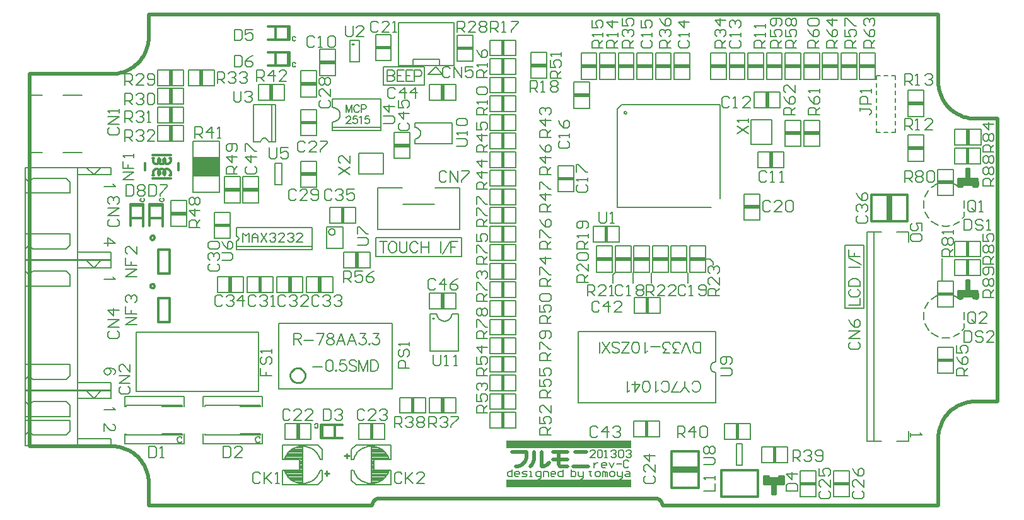
<source format=gto>
%FSLAX43Y43*%
%MOMM*%
G71*
G01*
G75*
%ADD10C,0.300*%
%ADD11C,0.200*%
%ADD12C,0.500*%
%ADD13R,0.800X1.200*%
%ADD14R,0.700X1.100*%
%ADD15R,0.825X2.000*%
%ADD16R,2.200X2.500*%
%ADD17R,1.800X0.800*%
%ADD18R,1.800X1.200*%
%ADD19R,1.600X1.100*%
%ADD20R,1.100X1.600*%
%ADD21R,1.000X0.400*%
%ADD22O,0.200X0.400*%
%ADD23O,0.400X0.200*%
%ADD24C,1.000*%
%ADD25R,1.600X0.200*%
%ADD26R,0.200X1.600*%
%ADD27R,2.300X0.400*%
%ADD28R,3.250X0.700*%
%ADD29R,2.000X0.500*%
%ADD30R,0.500X1.700*%
%ADD31R,0.500X1.700*%
%ADD32R,0.350X1.800*%
%ADD33R,1.100X0.700*%
%ADD34R,1.200X1.800*%
%ADD35R,2.600X2.600*%
%ADD36R,0.500X2.200*%
%ADD37R,1.500X2.900*%
%ADD38R,2.900X1.500*%
%ADD39R,1.500X2.900*%
%ADD40R,2.900X1.500*%
%ADD41R,0.350X1.600*%
%ADD42R,2.270X0.550*%
%ADD43R,1.400X0.900*%
%ADD44R,0.600X1.550*%
%ADD45R,1.200X0.220*%
%ADD46R,0.400X2.300*%
%ADD47R,1.220X0.620*%
%ADD48R,1.000X0.450*%
%ADD49R,1.600X0.300*%
%ADD50R,1.400X1.000*%
%ADD51R,1.800X0.500*%
%ADD52C,0.200*%
%ADD53C,0.300*%
%ADD54C,0.400*%
%ADD55C,0.254*%
%ADD56C,1.500*%
%ADD57C,1.000*%
%ADD58O,2.500X1.800*%
%ADD59C,1.800*%
%ADD60R,2.500X3.000*%
%ADD61C,3.200*%
%ADD62C,1.270*%
%ADD63C,1.500*%
%ADD64C,2.000*%
%ADD65O,1.800X2.500*%
%ADD66C,1.600*%
%ADD67C,1.300*%
%ADD68C,0.500*%
%ADD69C,0.750*%
%ADD70C,0.210*%
%ADD71C,0.180*%
%ADD72C,0.250*%
%ADD73C,0.150*%
%ADD74R,16.750X1.000*%
%ADD75R,16.750X1.000*%
%ADD76R,3.500X2.500*%
D12*
X519443Y527495D02*
X519510Y527245D01*
X519693Y527062D01*
X519943Y526995D01*
X517193D02*
X517422Y527017D01*
X517643Y527082D01*
X517848Y527188D01*
X518028Y527331D01*
X518179Y527505D01*
X515693Y526995D02*
X515867Y527199D01*
X516007Y527427D01*
X516110Y527674D01*
X516172Y527935D01*
X516193Y528202D01*
X513720Y526995D02*
X513976Y527017D01*
X514224Y527084D01*
X514457Y527192D01*
X514667Y527340D01*
X514849Y527521D01*
X514996Y527732D01*
X515104Y527964D01*
X515171Y528212D01*
X515193Y528468D01*
X521443Y526995D02*
X523443D01*
X521693Y528995D02*
X523193D01*
X519943Y526995D02*
X520693D01*
X519443Y527495D02*
Y528995D01*
X518693Y527995D02*
X520693D01*
X518693Y528995D02*
X520693D01*
X517193Y526995D02*
Y528995D01*
X516193Y528202D02*
Y528995D01*
X513193D02*
X515193D01*
X515193Y528468D02*
Y528995D01*
X495443Y522745D02*
X495184Y522711D01*
X494943Y522611D01*
X494736Y522452D01*
X494577Y522245D01*
X494477Y522004D01*
X494443Y521745D01*
X533443D02*
X533409Y522004D01*
X533309Y522245D01*
X533150Y522452D01*
X532943Y522611D01*
X532702Y522711D01*
X532443Y522745D01*
X570443Y578745D02*
X570450Y578492D01*
X570469Y578239D01*
X570501Y577988D01*
X570545Y577738D01*
X570603Y577492D01*
X570672Y577248D01*
X570754Y577008D01*
X570848Y576773D01*
X570954Y576543D01*
X571071Y576318D01*
X571200Y576100D01*
X571339Y575889D01*
X571489Y575684D01*
X571649Y575488D01*
X571819Y575300D01*
X571998Y575121D01*
X572186Y574951D01*
X572383Y574791D01*
X572587Y574641D01*
X572798Y574502D01*
X573017Y574373D01*
X573241Y574256D01*
X573471Y574150D01*
X573707Y574056D01*
X573946Y573974D01*
X574190Y573905D01*
X574437Y573847D01*
X574686Y573803D01*
X574937Y573771D01*
X575190Y573751D01*
X575443Y573745D01*
Y535745D02*
X575190Y535739D01*
X574937Y535719D01*
X574686Y535687D01*
X574437Y535643D01*
X574190Y535585D01*
X573946Y535516D01*
X573707Y535434D01*
X573471Y535340D01*
X573241Y535234D01*
X573017Y535117D01*
X572798Y534988D01*
X572587Y534849D01*
X572383Y534699D01*
X572186Y534539D01*
X571998Y534369D01*
X571819Y534190D01*
X571649Y534002D01*
X571489Y533805D01*
X571339Y533601D01*
X571200Y533390D01*
X571071Y533171D01*
X570954Y532947D01*
X570848Y532717D01*
X570754Y532481D01*
X570672Y532242D01*
X570603Y531998D01*
X570545Y531751D01*
X570501Y531502D01*
X570469Y531251D01*
X570450Y530998D01*
X570443Y530745D01*
X464443Y524745D02*
X464437Y524998D01*
X464417Y525251D01*
X464385Y525502D01*
X464341Y525751D01*
X464284Y525998D01*
X464214Y526242D01*
X464132Y526481D01*
X464038Y526717D01*
X463932Y526947D01*
X463815Y527171D01*
X463686Y527390D01*
X463547Y527601D01*
X463397Y527805D01*
X463237Y528002D01*
X463067Y528190D01*
X462888Y528369D01*
X462700Y528539D01*
X462504Y528699D01*
X462299Y528849D01*
X462088Y528988D01*
X461870Y529117D01*
X461645Y529234D01*
X461415Y529340D01*
X461180Y529434D01*
X460940Y529516D01*
X460696Y529585D01*
X460450Y529643D01*
X460200Y529687D01*
X459949Y529719D01*
X459696Y529739D01*
X459443Y529745D01*
Y579745D02*
X459696Y579751D01*
X459949Y579771D01*
X460200Y579803D01*
X460450Y579847D01*
X460696Y579905D01*
X460940Y579974D01*
X461180Y580056D01*
X461415Y580150D01*
X461645Y580256D01*
X461870Y580373D01*
X462088Y580502D01*
X462299Y580641D01*
X462504Y580791D01*
X462700Y580951D01*
X462888Y581121D01*
X463067Y581300D01*
X463237Y581488D01*
X463397Y581684D01*
X463547Y581889D01*
X463686Y582100D01*
X463815Y582318D01*
X463932Y582543D01*
X464038Y582773D01*
X464132Y583008D01*
X464214Y583248D01*
X464284Y583492D01*
X464341Y583738D01*
X464385Y583988D01*
X464417Y584239D01*
X464437Y584492D01*
X464443Y584745D01*
Y521745D02*
X494443D01*
X495443Y522745D02*
X532443D01*
X533443Y521745D02*
X570443D01*
X464443Y587745D02*
X570443D01*
X570443Y578745D01*
X575443Y573745D02*
X578443D01*
X570443Y521745D02*
X570443Y530745D01*
X575443Y535745D02*
X578443D01*
X464443Y521745D02*
X464443Y524745D01*
X464443Y587745D02*
X464443Y584745D01*
X448443Y529745D02*
X459443D01*
X448443Y579745D02*
X459443D01*
X448443Y529745D02*
Y579745D01*
X578443Y535745D02*
Y573745D01*
D52*
X568671Y561236D02*
X568770Y560998D01*
X568888Y560770D01*
X569027Y560553D01*
X569183Y560349D01*
X528643Y574545D02*
X528505Y574735D01*
X528281Y574662D01*
Y574427D01*
X528505Y574355D01*
X528643Y574545D01*
X482684Y526492D02*
X482772Y526255D01*
X482884Y526028D01*
X483018Y525814D01*
X483173Y525614D01*
X483348Y525431D01*
X483540Y525266D01*
X483747Y525122D01*
X483969Y525000D01*
X484201Y524900D01*
X484442Y524825D01*
X484690Y524774D01*
X484942Y524748D01*
X485195Y524748D01*
X485446Y524774D01*
X485694Y524825D01*
X485935Y524900D01*
X486168Y525000D01*
X486389Y525122D01*
X486596Y525266D01*
X486789Y525431D01*
X486963Y525614D01*
X487118Y525814D01*
X487252Y526028D01*
X487364Y526255D01*
X487452Y526492D01*
X487452Y527998D02*
X487364Y528235D01*
X487252Y528462D01*
X487118Y528676D01*
X486963Y528876D01*
X486789Y529059D01*
X486596Y529223D01*
X486389Y529368D01*
X486168Y529490D01*
X485935Y529590D01*
X485694Y529665D01*
X485446Y529716D01*
X485195Y529742D01*
X484942D01*
X484690Y529716D01*
X484442Y529665D01*
X484201Y529590D01*
X483969Y529490D01*
X483747Y529368D01*
X483540Y529223D01*
X483348Y529059D01*
X483173Y528876D01*
X483018Y528676D01*
X482884Y528462D01*
X482772Y528235D01*
X482684Y527998D01*
X540543Y541045D02*
X540304Y541003D01*
X540093Y540881D01*
X539937Y540695D01*
X539854Y540466D01*
Y540223D01*
X539937Y539995D01*
X540093Y539809D01*
X540304Y539687D01*
X540543Y539645D01*
X500143Y570990D02*
X500390Y571029D01*
X500613Y571143D01*
X500790Y571320D01*
X500904Y571543D01*
X500943Y571790D01*
X500904Y572037D01*
X500790Y572260D01*
X500613Y572437D01*
X500390Y572551D01*
X500143Y572590D01*
X496702Y527998D02*
X496614Y528235D01*
X496502Y528462D01*
X496368Y528676D01*
X496213Y528876D01*
X496039Y529059D01*
X495846Y529223D01*
X495639Y529368D01*
X495418Y529490D01*
X495185Y529590D01*
X494944Y529665D01*
X494696Y529716D01*
X494445Y529742D01*
X494192D01*
X493940Y529716D01*
X493692Y529665D01*
X493451Y529590D01*
X493219Y529490D01*
X492997Y529368D01*
X492790Y529223D01*
X492598Y529059D01*
X492423Y528876D01*
X492268Y528676D01*
X492134Y528462D01*
X492022Y528235D01*
X491934Y527998D01*
Y526492D02*
X492022Y526255D01*
X492134Y526028D01*
X492268Y525814D01*
X492423Y525614D01*
X492598Y525431D01*
X492790Y525266D01*
X492997Y525122D01*
X493219Y525000D01*
X493451Y524900D01*
X493692Y524825D01*
X493940Y524774D01*
X494192Y524748D01*
X494445Y524748D01*
X494696Y524774D01*
X494944Y524825D01*
X495185Y524900D01*
X495418Y525000D01*
X495639Y525122D01*
X495846Y525266D01*
X496039Y525431D01*
X496213Y525614D01*
X496368Y525814D01*
X496502Y526028D01*
X496614Y526255D01*
X496702Y526492D01*
X489118Y573280D02*
X489377Y573314D01*
X489618Y573414D01*
X489825Y573573D01*
X489984Y573780D01*
X490084Y574021D01*
X490118Y574280D01*
X490084Y574539D01*
X489984Y574780D01*
X489825Y574987D01*
X489618Y575146D01*
X489377Y575246D01*
X489118Y575280D01*
X480513Y570590D02*
X480460Y570822D01*
X480312Y571008D01*
X480097Y571112D01*
X479859D01*
X479645Y571008D01*
X479496Y570822D01*
X479443Y570590D01*
X476208Y557327D02*
X476433Y557420D01*
X476526Y557645D01*
X476433Y557869D01*
X476208Y557962D01*
X489467Y558545D02*
X489386Y558794D01*
X489174Y558948D01*
X488912D01*
X488700Y558794D01*
X488619Y558545D01*
X488700Y558296D01*
X488912Y558141D01*
X489174D01*
X489386Y558296D01*
X489467Y558545D01*
X572452Y544473D02*
X572690Y544571D01*
X572918Y544690D01*
X573135Y544828D01*
X573339Y544985D01*
X570931Y544340D02*
X571186Y544306D01*
X571443Y544295D01*
X571700Y544306D01*
X571955Y544340D01*
X569547Y544985D02*
X569751Y544828D01*
X569968Y544690D01*
X570196Y544571D01*
X570434Y544473D01*
X568671Y546236D02*
X568770Y545998D01*
X568888Y545770D01*
X569027Y545553D01*
X569183Y545349D01*
X568538Y547757D02*
X568504Y547502D01*
X568493Y547245D01*
X568504Y546988D01*
X568538Y546733D01*
X569183Y549141D02*
X569027Y548937D01*
X568888Y548720D01*
X568770Y548492D01*
X568671Y548254D01*
X573703Y545349D02*
X573828Y545509D01*
X573942Y545677D01*
X570434Y550017D02*
X570196Y549919D01*
X569968Y549800D01*
X569751Y549661D01*
X569547Y549505D01*
X571955Y550150D02*
X571700Y550184D01*
X571443Y550195D01*
X571186Y550184D01*
X570931Y550150D01*
X573339Y549505D02*
X573135Y549661D01*
X572918Y549800D01*
X572690Y549919D01*
X572452Y550017D01*
X503138Y547540D02*
X503173Y547281D01*
X503274Y547040D01*
X503434Y546833D01*
X503642Y546674D01*
X503884Y546574D01*
X504143Y546540D01*
X504402Y546574D01*
X504644Y546674D01*
X504852Y546833D01*
X505012Y547040D01*
X505113Y547281D01*
X505148Y547540D01*
X572452Y559473D02*
X572690Y559571D01*
X572918Y559690D01*
X573135Y559828D01*
X573339Y559985D01*
X570931Y559340D02*
X571186Y559306D01*
X571443Y559295D01*
X571700Y559306D01*
X571955Y559340D01*
X569547Y559985D02*
X569751Y559828D01*
X569968Y559690D01*
X570196Y559571D01*
X570434Y559473D01*
X568538Y562757D02*
X568504Y562502D01*
X568493Y562245D01*
X568504Y561988D01*
X568538Y561733D01*
X569183Y564141D02*
X569027Y563937D01*
X568888Y563720D01*
X568770Y563492D01*
X568671Y563254D01*
X573703Y560349D02*
X573828Y560509D01*
X573942Y560677D01*
X570434Y565017D02*
X570196Y564919D01*
X569968Y564800D01*
X569751Y564661D01*
X569547Y564505D01*
X573339D02*
X573135Y564661D01*
X572918Y564800D01*
X572690Y564919D01*
X572452Y565017D01*
X557943Y556745D02*
X557943Y548245D01*
X557943Y556745D02*
X560443D01*
X560443Y548245D01*
X557943D02*
X560443D01*
X494943Y557745D02*
X506443D01*
Y555245D02*
Y557745D01*
X494943Y555245D02*
X506443D01*
X494943D02*
Y557745D01*
X447843Y565745D02*
X448343Y565245D01*
X448843Y565745D01*
X453343D01*
X453843Y565245D01*
Y563745D02*
Y565245D01*
X447843Y563745D02*
X453843D01*
X454843Y566195D02*
X459343D01*
Y567195D01*
X456043D02*
X457043Y566195D01*
X458043Y567195D01*
X454843Y554795D02*
Y567195D01*
X447843Y554795D02*
X459343D01*
X447843D02*
Y567195D01*
X459343D01*
X447843Y556245D02*
X448343Y556745D01*
X448843Y556245D01*
X453343D01*
X453843Y556745D01*
Y558245D01*
X447843D02*
X453843D01*
X454843Y555795D02*
X459343D01*
Y554795D02*
Y555795D01*
X564713Y573907D02*
Y574415D01*
X564205Y571875D02*
X564713D01*
X563189D02*
X563697D01*
X562173D02*
X562681D01*
X564205Y579495D02*
X564713D01*
X563189D02*
X563697D01*
X562173D02*
X562681D01*
X562173Y571875D02*
Y572383D01*
Y572891D02*
Y573399D01*
Y573907D02*
Y574415D01*
Y574923D02*
Y575431D01*
Y575939D02*
Y576447D01*
Y576955D02*
Y577463D01*
Y577971D02*
Y578479D01*
Y578987D02*
Y579495D01*
X564713Y571875D02*
Y572383D01*
Y572891D02*
Y573399D01*
Y574923D02*
Y575431D01*
Y575939D02*
Y576447D01*
Y576955D02*
Y577463D01*
Y577971D02*
Y578479D01*
Y578987D02*
Y579495D01*
X515793Y580895D02*
X517893D01*
X515793Y580745D02*
X517893D01*
X515793Y581045D02*
X517893Y581045D01*
X515793Y579145D02*
Y582645D01*
X517893Y579145D02*
Y582645D01*
X515793Y579145D02*
X517893D01*
X515793Y582645D02*
X517893D01*
X484893Y568045D02*
X486993D01*
X484893Y564545D02*
X486993D01*
Y568045D01*
X484893Y564545D02*
Y568045D01*
Y566445D02*
X486993D01*
X484893Y566145D02*
X486993D01*
X484893Y566295D02*
X486993D01*
X545243Y530695D02*
Y532795D01*
X541743Y530695D02*
Y532795D01*
Y530695D02*
X545243D01*
X541743Y532795D02*
X545243D01*
X543643Y532795D02*
X543643Y530695D01*
X543343D02*
X543343Y532795D01*
X543493Y530695D02*
Y532795D01*
X481343Y567745D02*
X482343D01*
X481343Y564845D02*
Y567745D01*
Y564845D02*
X482343D01*
Y567745D01*
X462743Y545045D02*
X479143D01*
X462743Y537145D02*
X479143D01*
X462743D02*
Y545045D01*
X479143Y537145D02*
Y545045D01*
X527343Y561845D02*
Y575045D01*
X527943Y575645D01*
X540243Y554145D02*
Y554445D01*
X539793Y554895D02*
X540243Y554445D01*
X539193Y554895D02*
X539793D01*
X524593D02*
X526693D01*
X524593Y554745D02*
X526693D01*
X524593Y555045D02*
X526693D01*
X524593Y553145D02*
Y556645D01*
X526693Y553145D02*
Y556645D01*
X524593Y553145D02*
X526693D01*
X524593Y556645D02*
X526693D01*
X536843Y551645D02*
Y552995D01*
X536693Y553145D02*
X536843Y552995D01*
X531943Y551645D02*
Y552995D01*
X532093Y553145D01*
X529443Y551645D02*
Y552995D01*
X529593Y553145D01*
X526743Y551645D02*
Y552795D01*
X527093Y553145D01*
X548088Y570320D02*
Y573620D01*
X545288D02*
X548088D01*
X545288Y570320D02*
Y573620D01*
Y570320D02*
X548088D01*
X519393Y565695D02*
X521493D01*
X519393Y565545D02*
X521493D01*
X519393Y565845D02*
X521493D01*
X519393Y563945D02*
Y567445D01*
X521493Y563945D02*
Y567445D01*
X519393Y563945D02*
X521493D01*
X519393Y567445D02*
X521493D01*
X552393Y579045D02*
X554493D01*
X552393Y582545D02*
X554493D01*
Y579045D02*
Y582545D01*
X552393Y579045D02*
Y582545D01*
Y580645D02*
X554493D01*
X552393Y580945D02*
X554493D01*
X552393Y580795D02*
X554493D01*
X542393D02*
X544493D01*
X542393Y580945D02*
X544493D01*
X542393Y580645D02*
X544493D01*
Y579045D02*
Y582545D01*
X542393Y579045D02*
Y582545D01*
X544493D01*
X542393Y579045D02*
X544493D01*
X547493Y575195D02*
Y577295D01*
X547643Y575195D02*
Y577295D01*
X547343Y575195D02*
Y577295D01*
X545743Y575195D02*
X549243D01*
X545743Y577295D02*
X549243D01*
Y575195D02*
Y577295D01*
X545743Y575195D02*
Y577295D01*
X539893Y580795D02*
X541993D01*
X539893Y580645D02*
X541993D01*
X539893Y580945D02*
X541993D01*
X539893Y579045D02*
Y582545D01*
X541993Y579045D02*
Y582545D01*
X539893Y579045D02*
X541993D01*
X539893Y582545D02*
X541993D01*
X532493Y580795D02*
X534593D01*
X532493Y580645D02*
X534593D01*
X532493Y580945D02*
X534593D01*
X532493Y579045D02*
Y582545D01*
X534593Y579045D02*
Y582545D01*
X532493Y579045D02*
X534593D01*
X532493Y582545D02*
X534593D01*
X534993Y580795D02*
X537093D01*
X534993Y580645D02*
X537093D01*
X534993Y580945D02*
X537093D01*
X534993Y579045D02*
Y582545D01*
X537093Y579045D02*
Y582545D01*
X534993Y579045D02*
X537093D01*
X534993Y582545D02*
X537093D01*
X549893Y571795D02*
X551993D01*
X549893Y571945D02*
X551993D01*
X549893Y571645D02*
X551993D01*
Y570045D02*
Y573545D01*
X549893Y570045D02*
Y573545D01*
X551993D01*
X549893Y570045D02*
X551993D01*
X527093Y554895D02*
X529193D01*
X527093Y554745D02*
X529193D01*
X527093Y555045D02*
X529193D01*
X527093Y553145D02*
Y556645D01*
X529193Y553145D02*
Y556645D01*
X527093Y553145D02*
X529193D01*
X527093Y556645D02*
X529193D01*
X487718Y526495D02*
X487718Y525195D01*
X487468Y526495D02*
X487718D01*
X487118Y524595D02*
X487718Y525195D01*
X482418Y524595D02*
Y526495D01*
Y524595D02*
X487118D01*
X487718Y527995D02*
X487718Y529295D01*
X487468Y527995D02*
X487718D01*
X487118Y529895D02*
X487718Y529295D01*
X482418Y527995D02*
Y529895D01*
X487118D01*
X482418Y526495D02*
X484718D01*
X482418Y527995D02*
X484718D01*
Y526495D02*
Y527995D01*
X511993Y534695D02*
Y536795D01*
X512143Y534695D02*
Y536795D01*
X511843Y534695D02*
Y536795D01*
X510243Y534695D02*
X513743D01*
X510243Y536795D02*
X513743D01*
Y534695D02*
Y536795D01*
X510243Y534695D02*
Y536795D01*
X529993Y579045D02*
X532093D01*
X529993Y582545D02*
X532093D01*
X529993Y579045D02*
Y582545D01*
X532093Y579045D02*
Y582545D01*
X529993Y580645D02*
X532093D01*
X529993Y580945D02*
X532093D01*
X529993Y580795D02*
X532093D01*
X527493Y579045D02*
X529593D01*
X527493Y582545D02*
X529593D01*
X527493Y579045D02*
Y582545D01*
X529593Y579045D02*
Y582545D01*
X527493Y580645D02*
X529593D01*
X527493Y580945D02*
X529593D01*
X527493Y580795D02*
X529593D01*
X524993Y582545D02*
X527093D01*
X524993Y579045D02*
X527093D01*
Y582545D01*
X524993Y579045D02*
Y582545D01*
Y580945D02*
X527093D01*
X524993Y580645D02*
X527093D01*
X524993Y580795D02*
X527093D01*
X522493Y582545D02*
X524593D01*
X522493Y579045D02*
X524593D01*
Y582545D01*
X522493Y579045D02*
Y582545D01*
Y580945D02*
X524593D01*
X522493Y580645D02*
X524593D01*
X522493Y580795D02*
X524593D01*
X537093Y556645D02*
X539193D01*
X537093Y553145D02*
X539193D01*
Y556645D01*
X537093Y553145D02*
Y556645D01*
Y555045D02*
X539193D01*
X537093Y554745D02*
X539193D01*
X537093Y554895D02*
X539193D01*
X452943Y569195D02*
X455443D01*
X452943Y576895D02*
X455443D01*
X448443Y569195D02*
X450143D01*
X448443Y576895D02*
X450143D01*
X448443Y569195D02*
Y576895D01*
X533143Y547595D02*
Y549695D01*
X529643Y547595D02*
Y549695D01*
Y547595D02*
X533143D01*
X529643Y549695D02*
X533143D01*
X531543Y547595D02*
Y549695D01*
X531243Y547595D02*
Y549695D01*
X531393Y547595D02*
Y549695D01*
X533043Y530995D02*
Y533095D01*
X529543Y530995D02*
Y533095D01*
Y530995D02*
X533043D01*
X529543Y533095D02*
X533043D01*
X531443Y530995D02*
Y533095D01*
X531143Y530995D02*
Y533095D01*
X531293Y530995D02*
Y533095D01*
X522143Y535545D02*
Y545145D01*
X540543D01*
Y541045D02*
Y545145D01*
X540543Y535545D02*
Y539645D01*
X522143Y535545D02*
X540543D01*
X500143Y572590D02*
Y573190D01*
Y570390D02*
Y570990D01*
Y573190D02*
X505143D01*
Y570390D02*
Y573190D01*
X500143Y570390D02*
X505143D01*
X510243Y552195D02*
Y554295D01*
X513743Y552195D02*
Y554295D01*
X510243D02*
X513743D01*
X510243Y552195D02*
X513743D01*
X511843D02*
Y554295D01*
X512143Y552195D02*
Y554295D01*
X511993Y552195D02*
Y554295D01*
X471693Y530045D02*
X479693D01*
Y531445D01*
X471693Y530045D02*
Y531445D01*
Y536445D02*
X479693D01*
X471693Y535045D02*
Y536445D01*
X479693Y535045D02*
Y536445D01*
X476743Y535045D02*
X479443D01*
X476743Y531445D02*
X479443D01*
X471943Y531245D02*
X479443D01*
Y531445D01*
X471943Y531245D02*
Y531445D01*
Y535245D02*
X479443D01*
Y535045D02*
Y535245D01*
X471943Y535045D02*
Y535245D01*
X476743Y531245D02*
Y531445D01*
Y535045D02*
Y535245D01*
X461193Y530045D02*
X469193D01*
Y531445D01*
X461193Y530045D02*
Y531445D01*
Y536445D02*
X469193D01*
X461193Y535045D02*
Y536445D01*
X469193Y535045D02*
Y536445D01*
X466243Y535045D02*
X468943D01*
X466243Y531445D02*
X468943D01*
X461443Y531245D02*
X468943D01*
Y531445D01*
X461443Y531245D02*
Y531445D01*
Y535245D02*
X468943D01*
Y535045D02*
Y535245D01*
X461443Y535045D02*
Y535245D01*
X466243Y531245D02*
Y531445D01*
Y535045D02*
Y535245D01*
X491668Y529295D02*
X491668Y527995D01*
X491918D01*
X491668Y529295D02*
X492268Y529895D01*
X496968Y527995D02*
Y529895D01*
X492268D02*
X496968D01*
X491668Y525195D02*
X491668Y526495D01*
X491918D01*
X491668Y525195D02*
X492268Y524595D01*
X496968D02*
Y526495D01*
X492268Y524595D02*
X496968D01*
X494668Y527995D02*
X496968D01*
X494668Y526495D02*
X496968D01*
X494668D02*
Y527995D01*
X481903Y537445D02*
Y546245D01*
X497143Y537445D02*
Y546245D01*
X481903D02*
X497143D01*
X481903Y537445D02*
X497143D01*
X505643Y534195D02*
Y536295D01*
X502143Y534195D02*
Y536295D01*
Y534195D02*
X505643D01*
X502143Y536295D02*
X505643D01*
X504043Y534195D02*
Y536295D01*
X503743Y534195D02*
Y536295D01*
X503893Y534195D02*
Y536295D01*
X473643Y550395D02*
Y552495D01*
X477143Y550395D02*
Y552495D01*
X473643D02*
X477143D01*
X473643Y550395D02*
X477143D01*
X475243D02*
Y552495D01*
X475543Y550395D02*
Y552495D01*
X475393Y550395D02*
Y552495D01*
X473293Y561145D02*
X475393D01*
X473293Y557645D02*
X475393D01*
Y561145D01*
X473293Y557645D02*
Y561145D01*
Y559545D02*
X475393D01*
X473293Y559245D02*
X475393D01*
X473293Y559395D02*
X475393D01*
X505643Y576195D02*
Y578295D01*
X502143Y576195D02*
Y578295D01*
Y576195D02*
X505643D01*
X502143Y578295D02*
X505643D01*
X504043Y576195D02*
Y578295D01*
X503743Y576195D02*
Y578295D01*
X503893Y576195D02*
Y578295D01*
X484893Y578420D02*
X486993D01*
X484893Y578570D02*
X486993D01*
X484893Y578270D02*
X486993D01*
Y576670D02*
Y580170D01*
X484893Y576670D02*
Y580170D01*
X486993D01*
X484893Y576670D02*
X486993D01*
X502907Y564445D02*
X506207D01*
Y558845D02*
Y564445D01*
X495207D02*
X498507D01*
X495207Y558845D02*
Y564445D01*
Y558845D02*
X506207D01*
X498607Y562245D02*
X502807D01*
X511993Y542195D02*
Y544295D01*
X512143Y542195D02*
Y544295D01*
X511843Y542195D02*
Y544295D01*
X510243Y542195D02*
X513743D01*
X510243Y544295D02*
X513743D01*
Y542195D02*
Y544295D01*
X510243Y542195D02*
Y544295D01*
X511993Y544695D02*
Y546795D01*
X512143Y544695D02*
Y546795D01*
X511843Y544695D02*
Y546795D01*
X510243Y544695D02*
X513743D01*
X510243Y546795D02*
X513743D01*
Y544695D02*
Y546795D01*
X510243Y544695D02*
Y546795D01*
X511993Y559695D02*
Y561795D01*
X512143Y559695D02*
Y561795D01*
X511843Y559695D02*
Y561795D01*
X510243Y559695D02*
X513743D01*
X510243Y561795D02*
X513743D01*
Y559695D02*
Y561795D01*
X510243Y559695D02*
Y561795D01*
X511993Y557195D02*
Y559295D01*
X512143Y557195D02*
Y559295D01*
X511843Y557195D02*
Y559295D01*
X510243Y557195D02*
X513743D01*
X510243Y559295D02*
X513743D01*
Y557195D02*
Y559295D01*
X510243Y557195D02*
Y559295D01*
X511993Y554695D02*
Y556795D01*
X512143Y554695D02*
Y556795D01*
X511843Y554695D02*
Y556795D01*
X510243Y554695D02*
X513743D01*
X510243Y556795D02*
X513743D01*
Y554695D02*
Y556795D01*
X510243Y554695D02*
Y556795D01*
X511993Y549695D02*
Y551795D01*
X512143Y549695D02*
Y551795D01*
X511843Y549695D02*
Y551795D01*
X510243Y549695D02*
X513743D01*
X510243Y551795D02*
X513743D01*
Y549695D02*
Y551795D01*
X510243Y549695D02*
Y551795D01*
X559893Y580795D02*
X561993D01*
X559893Y580945D02*
X561993D01*
X559893Y580645D02*
X561993D01*
Y579045D02*
Y582545D01*
X559893Y579045D02*
Y582545D01*
X561993D01*
X559893Y579045D02*
X561993D01*
X552393Y571795D02*
X554493D01*
X552393Y571945D02*
X554493D01*
X552393Y571645D02*
X554493D01*
Y570045D02*
Y573545D01*
X552393Y570045D02*
Y573545D01*
X554493D01*
X552393Y570045D02*
X554493D01*
X549893Y580795D02*
X551993D01*
X549893Y580945D02*
X551993D01*
X549893Y580645D02*
X551993D01*
Y579045D02*
Y582545D01*
X549893Y579045D02*
Y582545D01*
X551993D01*
X549893Y579045D02*
X551993D01*
X557393Y580795D02*
X559493D01*
X557393Y580945D02*
X559493D01*
X557393Y580645D02*
X559493D01*
Y579045D02*
Y582545D01*
X557393Y579045D02*
Y582545D01*
X559493D01*
X557393Y579045D02*
X559493D01*
X511993Y537195D02*
Y539295D01*
X512143Y537195D02*
Y539295D01*
X511843Y537195D02*
Y539295D01*
X510243Y537195D02*
X513743D01*
X510243Y539295D02*
X513743D01*
Y537195D02*
Y539295D01*
X510243Y537195D02*
Y539295D01*
X511993Y539695D02*
Y541795D01*
X512143Y539695D02*
Y541795D01*
X511843Y539695D02*
Y541795D01*
X510243Y539695D02*
X513743D01*
X510243Y541795D02*
X513743D01*
Y539695D02*
Y541795D01*
X510243Y539695D02*
Y541795D01*
X511993Y564695D02*
Y566795D01*
X512143Y564695D02*
Y566795D01*
X511843Y564695D02*
Y566795D01*
X510243Y564695D02*
X513743D01*
X510243Y566795D02*
X513743D01*
Y564695D02*
Y566795D01*
X510243Y564695D02*
Y566795D01*
X511993Y572195D02*
Y574295D01*
X512143Y572195D02*
Y574295D01*
X511843Y572195D02*
Y574295D01*
X510243Y572195D02*
X513743D01*
X510243Y574295D02*
X513743D01*
Y572195D02*
Y574295D01*
X510243Y572195D02*
Y574295D01*
X548493Y527565D02*
Y529665D01*
X548643Y527565D02*
Y529665D01*
X548343Y527565D02*
Y529665D01*
X546743Y527565D02*
X550243D01*
X546743Y529665D02*
X550243D01*
Y527565D02*
Y529665D01*
X546743Y527565D02*
Y529665D01*
X467393Y570695D02*
Y572795D01*
X467243Y570695D02*
Y572795D01*
X467543Y570695D02*
Y572795D01*
X465643D02*
X469143D01*
X465643Y570695D02*
X469143D01*
X465643D02*
Y572795D01*
X469143Y570695D02*
Y572795D01*
X566393Y575795D02*
X568493D01*
X566393Y575945D02*
X568493D01*
X566393Y575645D02*
X568493D01*
Y574045D02*
Y577545D01*
X566393Y574045D02*
Y577545D01*
X568493D01*
X566393Y574045D02*
X568493D01*
X566393Y569795D02*
X568493D01*
X566393Y569945D02*
X568493D01*
X566393Y569645D02*
X568493D01*
Y568045D02*
Y571545D01*
X566393Y568045D02*
Y571545D01*
X568493D01*
X566393Y568045D02*
X568493D01*
X544893Y580795D02*
X546993D01*
X544893Y580645D02*
X546993D01*
X544893Y580945D02*
X546993D01*
X544893Y579045D02*
Y582545D01*
X546993Y579045D02*
Y582545D01*
X544893Y579045D02*
X546993D01*
X544893Y582545D02*
X546993D01*
X511993Y574695D02*
Y576795D01*
X511843Y574695D02*
Y576795D01*
X512143Y574695D02*
Y576795D01*
X510243D02*
X513743D01*
X510243Y574695D02*
X513743D01*
X510243D02*
Y576795D01*
X513743Y574695D02*
Y576795D01*
X483393Y550395D02*
Y552495D01*
X483543Y550395D02*
Y552495D01*
X483243Y550395D02*
Y552495D01*
X481643Y550395D02*
X485143D01*
X481643Y552495D02*
X485143D01*
Y550395D02*
Y552495D01*
X481643Y550395D02*
Y552495D01*
X479393Y550395D02*
Y552495D01*
X479543Y550395D02*
Y552495D01*
X479243Y550395D02*
Y552495D01*
X477643Y550395D02*
X481143D01*
X477643Y552495D02*
X481143D01*
Y550395D02*
Y552495D01*
X477643Y550395D02*
Y552495D01*
X551893Y524695D02*
X553993D01*
X551893Y524545D02*
X553993D01*
X551893Y524845D02*
X553993D01*
X551893Y522945D02*
Y526445D01*
X553993Y522945D02*
Y526445D01*
X551893Y522945D02*
X553993D01*
X551893Y526445D02*
X553993D01*
X494393Y530695D02*
Y532795D01*
X494243Y530695D02*
Y532795D01*
X494543Y530695D02*
Y532795D01*
X492643D02*
X496143D01*
X492643Y530695D02*
X496143D01*
X492643D02*
Y532795D01*
X496143Y530695D02*
Y532795D01*
X487393Y581295D02*
X489493D01*
X487393Y581445D02*
X489493D01*
X487393Y581145D02*
X489493D01*
Y579545D02*
Y583045D01*
X487393Y579545D02*
Y583045D01*
X489493D01*
X487393Y579545D02*
X489493D01*
X482743Y530695D02*
Y532795D01*
X486243Y530695D02*
Y532795D01*
X482743D02*
X486243D01*
X482743Y530695D02*
X486243D01*
X484343D02*
Y532795D01*
X484643Y530695D02*
Y532795D01*
X484493Y530695D02*
Y532795D01*
X467393Y562745D02*
X469493D01*
X467393Y559245D02*
X469493D01*
Y562745D01*
X467393Y559245D02*
Y562745D01*
Y561145D02*
X469493D01*
X467393Y560845D02*
X469493D01*
X467393Y560995D02*
X469493D01*
X484893Y574945D02*
X486993D01*
X484893Y571445D02*
X486993D01*
Y574945D01*
X484893Y571445D02*
Y574945D01*
Y573345D02*
X486993D01*
X484893Y573045D02*
X486993D01*
X484893Y573195D02*
X486993D01*
X489118Y572590D02*
X495618D01*
X489118Y575280D02*
Y576430D01*
Y572130D02*
X495618D01*
Y576430D01*
X489118D02*
X495618D01*
X489118Y572130D02*
Y573285D01*
X470393Y566045D02*
X473893D01*
X470393Y568545D02*
X473893D01*
X470393Y563845D02*
Y570745D01*
X473893Y563845D02*
Y570745D01*
X470393D02*
X473893D01*
X470393Y563845D02*
X473893D01*
X480943Y570590D02*
Y575590D01*
X481443Y570590D02*
Y575590D01*
X478513Y570590D02*
Y575590D01*
X481443D01*
X480513Y570590D02*
X481443D01*
X478513Y570590D02*
X479443D01*
X474593Y562445D02*
X476693D01*
X474593Y565945D02*
X476693D01*
X474593Y562445D02*
Y565945D01*
X476693Y562445D02*
Y565945D01*
X474593Y564045D02*
X476693D01*
X474593Y564345D02*
X476693D01*
X474593Y564195D02*
X476693D01*
X469143Y575695D02*
Y577795D01*
X465643Y575695D02*
Y577795D01*
Y575695D02*
X469143D01*
X465643Y577795D02*
X469143D01*
X467543Y575695D02*
Y577795D01*
X467243Y575695D02*
Y577795D01*
X467393Y575695D02*
Y577795D01*
X469143Y573195D02*
Y575295D01*
X465643Y573195D02*
Y575295D01*
Y573195D02*
X469143D01*
X465643Y575295D02*
X469143D01*
X467543Y573195D02*
Y575295D01*
X467243Y573195D02*
Y575295D01*
X467393Y573195D02*
Y575295D01*
X471493Y578195D02*
Y580295D01*
X471643Y578195D02*
Y580295D01*
X471343Y578195D02*
Y580295D01*
X469743Y578195D02*
X473243D01*
X469743Y580295D02*
X473243D01*
Y578195D02*
Y580295D01*
X469743Y578195D02*
Y580295D01*
X476208Y557962D02*
Y559135D01*
X486368D01*
Y556145D02*
Y559135D01*
X476208Y556145D02*
X486368D01*
X476208D02*
Y557327D01*
Y556545D02*
X486368D01*
X477093Y565945D02*
X479193D01*
X477093Y562445D02*
X479193D01*
Y565945D01*
X477093Y562445D02*
Y565945D01*
Y564345D02*
X479193D01*
X477093Y564045D02*
X479193D01*
X477093Y564195D02*
X479193D01*
X480893Y576195D02*
Y578295D01*
X480743Y576195D02*
Y578295D01*
X481043Y576195D02*
Y578295D01*
X479143D02*
X482643D01*
X479143Y576195D02*
X482643D01*
X479143D02*
Y578295D01*
X482643Y576195D02*
Y578295D01*
X488343Y556320D02*
Y559220D01*
Y556320D02*
X490543D01*
Y559220D01*
X488343D02*
X490543D01*
X485643Y550395D02*
Y552495D01*
X489143Y550395D02*
Y552495D01*
X485643D02*
X489143D01*
X485643Y550395D02*
X489143D01*
X487243D02*
Y552495D01*
X487543Y550395D02*
Y552495D01*
X487393Y550395D02*
Y552495D01*
X492393Y553695D02*
Y555795D01*
X492243Y553695D02*
Y555795D01*
X492543Y553695D02*
Y555795D01*
X490643D02*
X494143D01*
X490643Y553695D02*
X494143D01*
X490643D02*
Y555795D01*
X494143Y553695D02*
Y555795D01*
X510243Y532195D02*
Y534295D01*
X513743Y532195D02*
Y534295D01*
X510243D02*
X513743D01*
X510243Y532195D02*
X513743D01*
X511843D02*
Y534295D01*
X512143Y532195D02*
Y534295D01*
X511993Y532195D02*
Y534295D01*
X492243Y559695D02*
Y561795D01*
X488743Y559695D02*
Y561795D01*
Y559695D02*
X492243D01*
X488743Y561795D02*
X492243D01*
X490643Y559695D02*
Y561795D01*
X490343Y559695D02*
Y561795D01*
X490493Y559695D02*
Y561795D01*
X510243Y547195D02*
Y549295D01*
X513743Y547195D02*
Y549295D01*
X510243D02*
X513743D01*
X510243Y547195D02*
X513743D01*
X511843D02*
Y549295D01*
X512143Y547195D02*
Y549295D01*
X511993Y547195D02*
Y549295D01*
X492668Y566345D02*
Y569145D01*
X495968D01*
Y566345D02*
Y569145D01*
X492668Y566345D02*
X495968D01*
X497393Y568390D02*
X499493D01*
X497393Y571890D02*
X499493D01*
X497393Y568390D02*
Y571890D01*
X499493Y568390D02*
Y571890D01*
X497393Y569990D02*
X499493D01*
X497393Y570290D02*
X499493D01*
X497393Y570140D02*
X499493D01*
X510243Y567195D02*
Y569295D01*
X513743Y567195D02*
Y569295D01*
X510243D02*
X513743D01*
X510243Y567195D02*
X513743D01*
X511843D02*
Y569295D01*
X512143Y567195D02*
Y569295D01*
X511993Y567195D02*
Y569295D01*
X510243Y562195D02*
Y564295D01*
X513743Y562195D02*
Y564295D01*
X510243D02*
X513743D01*
X510243Y562195D02*
X513743D01*
X511843D02*
Y564295D01*
X512143Y562195D02*
Y564295D01*
X511993Y562195D02*
Y564295D01*
X510243Y569695D02*
Y571795D01*
X513743Y569695D02*
Y571795D01*
X510243D02*
X513743D01*
X510243Y569695D02*
X513743D01*
X511843D02*
Y571795D01*
X512143Y569695D02*
Y571795D01*
X511993Y569695D02*
Y571795D01*
X499893Y534195D02*
Y536295D01*
X499743Y534195D02*
Y536295D01*
X500043Y534195D02*
Y536295D01*
X498143D02*
X501643D01*
X498143Y534195D02*
X501643D01*
X498143D02*
Y536295D01*
X501643Y534195D02*
Y536295D01*
X543353Y527190D02*
X544153D01*
X543353D02*
Y530090D01*
X544153D01*
Y527190D02*
Y530090D01*
X556393Y526445D02*
X558493D01*
X556393Y522945D02*
X558493D01*
Y526445D01*
X556393Y522945D02*
Y526445D01*
Y524845D02*
X558493D01*
X556393Y524545D02*
X558493D01*
X556393Y524695D02*
X558493D01*
X459343Y529795D02*
Y530795D01*
X454843D02*
X459343D01*
X447843Y533245D02*
X453843D01*
Y531745D02*
Y533245D01*
X453343Y531245D02*
X453843Y531745D01*
X448843Y531245D02*
X453343D01*
X448343Y531745D02*
X448843Y531245D01*
X447843D02*
X448343Y531745D01*
X447843Y529795D02*
X459343D01*
X447843Y537195D02*
X459343D01*
X447843Y529795D02*
Y537195D01*
X454843Y529795D02*
Y537195D01*
X457043Y536195D02*
X458043Y537195D01*
X456043D02*
X457043Y536195D01*
X459343D02*
Y537195D01*
X454843Y536195D02*
X459343D01*
X447843Y533745D02*
X453843D01*
Y535245D01*
X453343Y535745D02*
X453843Y535245D01*
X448843Y535745D02*
X453343D01*
X448343Y535245D02*
X448843Y535745D01*
X447843D02*
X448343Y535245D01*
X503451Y580895D02*
Y581721D01*
X499895D02*
X503451D01*
X499895Y580895D02*
Y581721D01*
X501943Y579705D02*
X503943D01*
X502943Y580705D02*
X503943Y579705D01*
X501943D02*
X502943Y580705D01*
X497993Y586645D02*
X505393D01*
Y580895D02*
Y586645D01*
X497993Y580895D02*
Y586645D01*
Y580895D02*
X505393D01*
X459343Y537295D02*
Y538295D01*
X454843D02*
X459343D01*
X447843Y540745D02*
X453843D01*
Y539245D02*
Y540745D01*
X453343Y538745D02*
X453843Y539245D01*
X448843Y538745D02*
X453343D01*
X448343Y539245D02*
X448843Y538745D01*
X447843D02*
X448343Y539245D01*
X447843Y537295D02*
X459343D01*
X447843Y554695D02*
X459343D01*
X447843Y553245D02*
X448343Y552745D01*
X448843Y553245D01*
X453343D01*
X453843Y552745D01*
Y551245D02*
Y552745D01*
X447843Y551245D02*
X453843D01*
X454843Y553695D02*
X459343D01*
Y554695D01*
X456043D02*
X457043Y553695D01*
X458043Y554695D01*
X447843Y537295D02*
Y554695D01*
X454843Y537295D02*
Y554695D01*
X467393Y578195D02*
Y580295D01*
X467243Y578195D02*
Y580295D01*
X467543Y578195D02*
Y580295D01*
X465643D02*
X469143D01*
X465643Y578195D02*
X469143D01*
X465643D02*
Y580295D01*
X469143Y578195D02*
Y580295D01*
X570393Y539545D02*
X572493D01*
X570393Y543045D02*
X572493D01*
X570393Y539545D02*
Y543045D01*
X572493Y539545D02*
Y543045D01*
X570393Y541145D02*
X572493D01*
X570393Y541445D02*
X572493D01*
X570393Y541295D02*
X572493D01*
X491443Y584245D02*
X491443Y581345D01*
X491443Y584245D02*
X492743D01*
X491443Y581345D02*
X492743D01*
Y584245D02*
X492743Y581345D01*
X505893Y583195D02*
X507993D01*
X505893Y583045D02*
X507993D01*
X505893Y583345D02*
X507993D01*
X505893Y581445D02*
Y584945D01*
X507993Y581445D02*
Y584945D01*
X505893Y581445D02*
X507993D01*
X505893Y584945D02*
X507993D01*
X494893Y581545D02*
X496993D01*
X494893Y585045D02*
X496993D01*
X494893Y581545D02*
Y585045D01*
X496993Y581545D02*
Y585045D01*
X494893Y583145D02*
X496993D01*
X494893Y583445D02*
X496993D01*
X494893Y583295D02*
X496993D01*
X554893Y579045D02*
X556993D01*
X554893Y582545D02*
X556993D01*
X554893Y579045D02*
Y582545D01*
X556993Y579045D02*
Y582545D01*
X554893Y580645D02*
X556993D01*
X554893Y580945D02*
X556993D01*
X554893Y580795D02*
X556993D01*
X505643Y548195D02*
Y550295D01*
X502143Y548195D02*
Y550295D01*
Y548195D02*
X505643D01*
X502143Y550295D02*
X505643D01*
X504043Y548195D02*
Y550295D01*
X503743Y548195D02*
Y550295D01*
X503893Y548195D02*
Y550295D01*
X547393Y579045D02*
X549493D01*
X547393Y582545D02*
X549493D01*
X547393Y579045D02*
Y582545D01*
X549493Y579045D02*
Y582545D01*
X547393Y580645D02*
X549493D01*
X547393Y580945D02*
X549493D01*
X547393Y580795D02*
X549493D01*
X511993Y582195D02*
Y584295D01*
X511843Y582195D02*
Y584295D01*
X512143Y582195D02*
Y584295D01*
X510243D02*
X513743D01*
X510243Y582195D02*
X513743D01*
X510243D02*
Y584295D01*
X513743Y582195D02*
Y584295D01*
Y577195D02*
Y579295D01*
X510243Y577195D02*
Y579295D01*
Y577195D02*
X513743D01*
X510243Y579295D02*
X513743D01*
X512143Y577195D02*
Y579295D01*
X511843Y577195D02*
Y579295D01*
X511993Y577195D02*
Y579295D01*
X513743Y579695D02*
Y581795D01*
X510243Y579695D02*
Y581795D01*
Y579695D02*
X513743D01*
X510243Y581795D02*
X513743D01*
X512143Y579695D02*
Y581795D01*
X511843Y579695D02*
Y581795D01*
X511993Y579695D02*
Y581795D01*
X544393Y561895D02*
X546493D01*
X544393Y562045D02*
X546493D01*
X544393Y561745D02*
X546493D01*
Y560145D02*
Y563645D01*
X544393Y560145D02*
Y563645D01*
X546493D01*
X544393Y560145D02*
X546493D01*
X495943Y580745D02*
X501443D01*
Y578245D02*
Y580745D01*
X495943Y578245D02*
X501443D01*
X495943D02*
Y580745D01*
X560843Y530445D02*
Y558545D01*
Y530445D02*
X562843D01*
X560843Y558545D02*
X562843D01*
X561843Y530445D02*
Y558545D01*
X564843Y530445D02*
X566443D01*
Y531795D01*
X564843Y558545D02*
X566443D01*
Y557195D02*
Y558545D01*
X574393Y552695D02*
Y554795D01*
X574243Y552695D02*
Y554795D01*
X574543Y552695D02*
Y554795D01*
X572643D02*
X576143D01*
X572643Y552695D02*
X576143D01*
X572643D02*
Y554795D01*
X576143Y552695D02*
Y554795D01*
Y567695D02*
Y569795D01*
X572643Y567695D02*
Y569795D01*
Y567695D02*
X576143D01*
X572643Y569795D02*
X576143D01*
X574543Y567695D02*
Y569795D01*
X574243Y567695D02*
Y569795D01*
X574393Y567695D02*
Y569795D01*
X572643Y555195D02*
Y557295D01*
X576143Y555195D02*
Y557295D01*
X572643D02*
X576143D01*
X572643Y555195D02*
X576143D01*
X574243D02*
Y557295D01*
X574543Y555195D02*
Y557295D01*
X574393Y555195D02*
Y557295D01*
X574443Y570195D02*
Y572295D01*
X574593Y570195D02*
Y572295D01*
X574293Y570195D02*
Y572295D01*
X572693Y570195D02*
X576193D01*
X572693Y572295D02*
X576193D01*
Y570195D02*
Y572295D01*
X572693Y570195D02*
Y572295D01*
X570393Y551945D02*
X572493D01*
X570393Y548445D02*
X572493D01*
Y551945D01*
X570393Y548445D02*
Y551945D01*
Y550345D02*
X572493D01*
X570393Y550045D02*
X572493D01*
X570393Y550195D02*
X572493D01*
X570393Y565195D02*
X572493D01*
X570393Y565045D02*
X572493D01*
X570393Y565345D02*
X572493D01*
X570393Y563445D02*
Y566945D01*
X572493Y563445D02*
Y566945D01*
X570393Y563445D02*
X572493D01*
X570393Y566945D02*
X572493D01*
X573943Y545695D02*
Y546245D01*
Y546745D02*
Y547745D01*
X546243Y567195D02*
Y569295D01*
X549743Y567195D02*
Y569295D01*
X546243D02*
X549743D01*
X546243Y567195D02*
X549743D01*
X547843D02*
Y569295D01*
X548143Y567195D02*
Y569295D01*
X547993Y567195D02*
Y569295D01*
X502243Y547545D02*
X503138Y547540D01*
X502243Y542545D02*
Y547545D01*
X506043Y542545D02*
Y547545D01*
X502243Y542545D02*
X506043D01*
X505148Y547540D02*
X506043Y547545D01*
X527943Y575645D02*
X541143D01*
X527343Y561845D02*
X539943D01*
X541143Y563045D02*
Y575645D01*
X521493Y576895D02*
X523593D01*
X521493Y576745D02*
X523593D01*
X521493Y577045D02*
X523593D01*
X521493Y575145D02*
Y578645D01*
X523593Y575145D02*
Y578645D01*
X521493Y575145D02*
X523593D01*
X521493Y578645D02*
X523593D01*
X532093Y556645D02*
X534193D01*
X532093Y553145D02*
X534193D01*
Y556645D01*
X532093Y553145D02*
Y556645D01*
Y555045D02*
X534193D01*
X532093Y554745D02*
X534193D01*
X532093Y554895D02*
X534193D01*
X534593D02*
X536693D01*
X534593Y555045D02*
X536693D01*
X534593Y554745D02*
X536693D01*
Y553145D02*
Y556645D01*
X534593Y553145D02*
Y556645D01*
X536693D01*
X534593Y553145D02*
X536693D01*
X529593Y554895D02*
X531693D01*
X529593Y555045D02*
X531693D01*
X529593Y554745D02*
X531693D01*
Y553145D02*
Y556645D01*
X529593Y553145D02*
Y556645D01*
X531693D01*
X529593Y553145D02*
X531693D01*
X527643Y557195D02*
Y559295D01*
X524143Y557195D02*
Y559295D01*
Y557195D02*
X527643D01*
X524143Y559295D02*
X527643D01*
X526043Y557195D02*
Y559295D01*
X525743Y557195D02*
Y559295D01*
X525893Y557195D02*
Y559295D01*
X570943Y551945D02*
Y554945D01*
X573943Y560695D02*
Y561245D01*
Y561745D02*
Y562745D01*
X462843Y552545D02*
X461344D01*
X462843Y553545D01*
X461344D01*
Y555044D02*
Y554044D01*
X462093D01*
Y554544D01*
Y554044D01*
X462843D01*
Y556544D02*
Y555544D01*
X461843Y556544D01*
X461594D01*
X461344Y556294D01*
Y555794D01*
X461594Y555544D01*
X461443Y564844D02*
Y563345D01*
X462193D01*
X462443Y563595D01*
Y564595D01*
X462193Y564844D01*
X461443D01*
X462943Y564595D02*
X463193Y564844D01*
X463692D01*
X463942Y564595D01*
Y564345D01*
X463692Y564095D01*
X463942Y563845D01*
Y563595D01*
X463692Y563345D01*
X463193D01*
X462943Y563595D01*
Y563845D01*
X463193Y564095D01*
X462943Y564345D01*
Y564595D01*
X463193Y564095D02*
X463692D01*
X464443Y564844D02*
Y563345D01*
X465193D01*
X465443Y563595D01*
Y564595D01*
X465193Y564844D01*
X464443D01*
X465943D02*
X466942D01*
Y564595D01*
X465943Y563595D01*
Y563345D01*
X524943Y561244D02*
Y559995D01*
X525193Y559745D01*
X525693D01*
X525943Y559995D01*
Y561244D01*
X526443Y559745D02*
X526943D01*
X526693D01*
Y561244D01*
X526443Y560995D01*
X543444Y571745D02*
X544943Y572745D01*
X543444D02*
X544943Y571745D01*
Y573244D02*
Y573744D01*
Y573494D01*
X543444D01*
X543694Y573244D01*
X502643Y542039D02*
Y540790D01*
X502893Y540540D01*
X503393D01*
X503643Y540790D01*
Y542039D01*
X504143Y540540D02*
X504642D01*
X504393D01*
Y542039D01*
X504143Y541790D01*
X505392Y540540D02*
X505892D01*
X505642D01*
Y542039D01*
X505392Y541790D01*
X505744Y570045D02*
X506993D01*
X507243Y570295D01*
Y570795D01*
X506993Y571045D01*
X505744D01*
X507243Y571544D02*
Y572044D01*
Y571794D01*
X505744D01*
X505994Y571544D01*
Y572794D02*
X505744Y573044D01*
Y573544D01*
X505994Y573794D01*
X506993D01*
X507243Y573544D01*
Y573044D01*
X506993Y572794D01*
X505994D01*
X541244Y539245D02*
X542493D01*
X542743Y539495D01*
Y539995D01*
X542493Y540245D01*
X541244D01*
X542493Y540744D02*
X542743Y540994D01*
Y541494D01*
X542493Y541744D01*
X541494D01*
X541244Y541494D01*
Y540994D01*
X541494Y540744D01*
X541743D01*
X541993Y540994D01*
Y541744D01*
X538944Y527245D02*
X540193D01*
X540443Y527495D01*
Y527995D01*
X540193Y528245D01*
X538944D01*
X539194Y528744D02*
X538944Y528994D01*
Y529494D01*
X539194Y529744D01*
X539443D01*
X539693Y529494D01*
X539943Y529744D01*
X540193D01*
X540443Y529494D01*
Y528994D01*
X540193Y528744D01*
X539943D01*
X539693Y528994D01*
X539443Y528744D01*
X539194D01*
X539693Y528994D02*
Y529494D01*
X474244Y554745D02*
X475493D01*
X475743Y554995D01*
Y555495D01*
X475493Y555745D01*
X474244D01*
Y557244D02*
X474494Y556744D01*
X474993Y556244D01*
X475493D01*
X475743Y556494D01*
Y556994D01*
X475493Y557244D01*
X475243D01*
X474993Y556994D01*
Y556244D01*
X480643Y569844D02*
Y568595D01*
X480893Y568345D01*
X481393D01*
X481643Y568595D01*
Y569844D01*
X483142D02*
X482143D01*
Y569095D01*
X482642Y569345D01*
X482892D01*
X483142Y569095D01*
Y568595D01*
X482892Y568345D01*
X482393D01*
X482143Y568595D01*
X495944Y573090D02*
X497193D01*
X497443Y573340D01*
Y573840D01*
X497193Y574090D01*
X495944D01*
X497443Y575339D02*
X495944D01*
X496693Y574589D01*
Y575589D01*
X475843Y577444D02*
Y576195D01*
X476093Y575945D01*
X476593D01*
X476843Y576195D01*
Y577444D01*
X477343Y577195D02*
X477593Y577444D01*
X478092D01*
X478342Y577195D01*
Y576945D01*
X478092Y576695D01*
X477842D01*
X478092D01*
X478342Y576445D01*
Y576195D01*
X478092Y575945D01*
X477593D01*
X477343Y576195D01*
X490843Y586244D02*
Y584995D01*
X491093Y584745D01*
X491593D01*
X491843Y584995D01*
Y586244D01*
X493342Y584745D02*
X492343D01*
X493342Y585745D01*
Y585995D01*
X493092Y586244D01*
X492593D01*
X492343Y585995D01*
X577943Y564745D02*
X576444D01*
Y565495D01*
X576694Y565745D01*
X577193D01*
X577443Y565495D01*
Y564745D01*
Y565245D02*
X577943Y565745D01*
X576694Y566244D02*
X576444Y566494D01*
Y566994D01*
X576694Y567244D01*
X576943D01*
X577193Y566994D01*
X577443Y567244D01*
X577693D01*
X577943Y566994D01*
Y566494D01*
X577693Y566244D01*
X577443D01*
X577193Y566494D01*
X576943Y566244D01*
X576694D01*
X577193Y566494D02*
Y566994D01*
X576694Y567744D02*
X576444Y567994D01*
Y568494D01*
X576694Y568744D01*
X576943D01*
X577193Y568494D01*
X577443Y568744D01*
X577693D01*
X577943Y568494D01*
Y567994D01*
X577693Y567744D01*
X577443D01*
X577193Y567994D01*
X576943Y567744D01*
X576694D01*
X577193Y567994D02*
Y568494D01*
X577943Y569245D02*
X576444D01*
Y569995D01*
X576694Y570245D01*
X577193D01*
X577443Y569995D01*
Y569245D01*
Y569745D02*
X577943Y570245D01*
X576694Y570744D02*
X576444Y570994D01*
Y571494D01*
X576694Y571744D01*
X576943D01*
X577193Y571494D01*
X577443Y571744D01*
X577693D01*
X577943Y571494D01*
Y570994D01*
X577693Y570744D01*
X577443D01*
X577193Y570994D01*
X576943Y570744D01*
X576694D01*
X577193Y570994D02*
Y571494D01*
X577943Y572994D02*
X576444D01*
X577193Y572244D01*
Y573244D01*
X565943Y565245D02*
Y566744D01*
X566693D01*
X566943Y566495D01*
Y565995D01*
X566693Y565745D01*
X565943D01*
X566443D02*
X566943Y565245D01*
X567443Y566495D02*
X567693Y566744D01*
X568192D01*
X568442Y566495D01*
Y566245D01*
X568192Y565995D01*
X568442Y565745D01*
Y565495D01*
X568192Y565245D01*
X567693D01*
X567443Y565495D01*
Y565745D01*
X567693Y565995D01*
X567443Y566245D01*
Y566495D01*
X567693Y565995D02*
X568192D01*
X568942Y566495D02*
X569192Y566744D01*
X569692D01*
X569942Y566495D01*
Y565495D01*
X569692Y565245D01*
X569192D01*
X568942Y565495D01*
Y566495D01*
X518443Y541245D02*
X516944D01*
Y541995D01*
X517194Y542245D01*
X517693D01*
X517943Y541995D01*
Y541245D01*
Y541745D02*
X518443Y542245D01*
X516944Y542744D02*
Y543744D01*
X517194D01*
X518193Y542744D01*
X518443D01*
X518193Y544244D02*
X518443Y544494D01*
Y544994D01*
X518193Y545244D01*
X517194D01*
X516944Y544994D01*
Y544494D01*
X517194Y544244D01*
X517443D01*
X517693Y544494D01*
Y545244D01*
X509943Y544245D02*
X508444D01*
Y544995D01*
X508694Y545245D01*
X509193D01*
X509443Y544995D01*
Y544245D01*
Y544745D02*
X509943Y545245D01*
X508444Y545744D02*
Y546744D01*
X508694D01*
X509693Y545744D01*
X509943D01*
X508694Y547244D02*
X508444Y547494D01*
Y547994D01*
X508694Y548244D01*
X508943D01*
X509193Y547994D01*
X509443Y548244D01*
X509693D01*
X509943Y547994D01*
Y547494D01*
X509693Y547244D01*
X509443D01*
X509193Y547494D01*
X508943Y547244D01*
X508694D01*
X509193Y547494D02*
Y547994D01*
X509943Y559245D02*
X508444D01*
Y559995D01*
X508694Y560245D01*
X509193D01*
X509443Y559995D01*
Y559245D01*
Y559745D02*
X509943Y560245D01*
X508444Y560744D02*
Y561744D01*
X508694D01*
X509693Y560744D01*
X509943D01*
X508444Y562244D02*
Y563244D01*
X508694D01*
X509693Y562244D01*
X509943D01*
X518443Y556245D02*
X516944D01*
Y556995D01*
X517194Y557245D01*
X517693D01*
X517943Y556995D01*
Y556245D01*
Y556745D02*
X518443Y557245D01*
X516944Y557744D02*
Y558744D01*
X517194D01*
X518193Y557744D01*
X518443D01*
X516944Y560244D02*
X517194Y559744D01*
X517693Y559244D01*
X518193D01*
X518443Y559494D01*
Y559994D01*
X518193Y560244D01*
X517943D01*
X517693Y559994D01*
Y559244D01*
X509943Y554245D02*
X508444D01*
Y554995D01*
X508694Y555245D01*
X509193D01*
X509443Y554995D01*
Y554245D01*
Y554745D02*
X509943Y555245D01*
X508444Y555744D02*
Y556744D01*
X508694D01*
X509693Y555744D01*
X509943D01*
X508444Y558244D02*
Y557244D01*
X509193D01*
X508943Y557744D01*
Y557994D01*
X509193Y558244D01*
X509693D01*
X509943Y557994D01*
Y557494D01*
X509693Y557244D01*
X518443Y551245D02*
X516944D01*
Y551995D01*
X517194Y552245D01*
X517693D01*
X517943Y551995D01*
Y551245D01*
Y551745D02*
X518443Y552245D01*
X516944Y552744D02*
Y553744D01*
X517194D01*
X518193Y552744D01*
X518443D01*
Y554994D02*
X516944D01*
X517693Y554244D01*
Y555244D01*
X509943Y549245D02*
X508444D01*
Y549995D01*
X508694Y550245D01*
X509193D01*
X509443Y549995D01*
Y549245D01*
Y549745D02*
X509943Y550245D01*
X508444Y550744D02*
Y551744D01*
X508694D01*
X509693Y550744D01*
X509943D01*
X508694Y552244D02*
X508444Y552494D01*
Y552994D01*
X508694Y553244D01*
X508943D01*
X509193Y552994D01*
Y552744D01*
Y552994D01*
X509443Y553244D01*
X509693D01*
X509943Y552994D01*
Y552494D01*
X509693Y552244D01*
X574443Y539245D02*
X572944D01*
Y539995D01*
X573194Y540245D01*
X573693D01*
X573943Y539995D01*
Y539245D01*
Y539745D02*
X574443Y540245D01*
X572944Y541744D02*
X573194Y541244D01*
X573693Y540744D01*
X574193D01*
X574443Y540994D01*
Y541494D01*
X574193Y541744D01*
X573943D01*
X573693Y541494D01*
Y540744D01*
X572944Y543244D02*
Y542244D01*
X573693D01*
X573443Y542744D01*
Y542994D01*
X573693Y543244D01*
X574193D01*
X574443Y542994D01*
Y542494D01*
X574193Y542244D01*
X556943Y583245D02*
X555444D01*
Y583995D01*
X555694Y584245D01*
X556193D01*
X556443Y583995D01*
Y583245D01*
Y583745D02*
X556943Y584245D01*
X555444Y585744D02*
X555694Y585244D01*
X556193Y584744D01*
X556693D01*
X556943Y584994D01*
Y585494D01*
X556693Y585744D01*
X556443D01*
X556193Y585494D01*
Y584744D01*
X556943Y586994D02*
X555444D01*
X556193Y586244D01*
Y587244D01*
X561943Y583245D02*
X560444D01*
Y583995D01*
X560694Y584245D01*
X561193D01*
X561443Y583995D01*
Y583245D01*
Y583745D02*
X561943Y584245D01*
X560444Y585744D02*
X560694Y585244D01*
X561193Y584744D01*
X561693D01*
X561943Y584994D01*
Y585494D01*
X561693Y585744D01*
X561443D01*
X561193Y585494D01*
Y584744D01*
X560694Y586244D02*
X560444Y586494D01*
Y586994D01*
X560694Y587244D01*
X560943D01*
X561193Y586994D01*
Y586744D01*
Y586994D01*
X561443Y587244D01*
X561693D01*
X561943Y586994D01*
Y586494D01*
X561693Y586244D01*
X551243Y574245D02*
X549744D01*
Y574995D01*
X549994Y575245D01*
X550493D01*
X550743Y574995D01*
Y574245D01*
Y574745D02*
X551243Y575245D01*
X549744Y576744D02*
X549994Y576244D01*
X550493Y575744D01*
X550993D01*
X551243Y575994D01*
Y576494D01*
X550993Y576744D01*
X550743D01*
X550493Y576494D01*
Y575744D01*
X551243Y578244D02*
Y577244D01*
X550243Y578244D01*
X549994D01*
X549744Y577994D01*
Y577494D01*
X549994Y577244D01*
X554543Y574245D02*
X553044D01*
Y574995D01*
X553294Y575245D01*
X553793D01*
X554043Y574995D01*
Y574245D01*
Y574745D02*
X554543Y575245D01*
X553044Y576744D02*
X553294Y576244D01*
X553793Y575744D01*
X554293D01*
X554543Y575994D01*
Y576494D01*
X554293Y576744D01*
X554043D01*
X553793Y576494D01*
Y575744D01*
X554543Y577244D02*
Y577744D01*
Y577494D01*
X553044D01*
X553294Y577244D01*
X554443Y583245D02*
X552944D01*
Y583995D01*
X553194Y584245D01*
X553693D01*
X553943Y583995D01*
Y583245D01*
Y583745D02*
X554443Y584245D01*
X552944Y585744D02*
X553194Y585244D01*
X553693Y584744D01*
X554193D01*
X554443Y584994D01*
Y585494D01*
X554193Y585744D01*
X553943D01*
X553693Y585494D01*
Y584744D01*
X553194Y586244D02*
X552944Y586494D01*
Y586994D01*
X553194Y587244D01*
X554193D01*
X554443Y586994D01*
Y586494D01*
X554193Y586244D01*
X553194D01*
X549443Y583245D02*
X547944D01*
Y583995D01*
X548194Y584245D01*
X548693D01*
X548943Y583995D01*
Y583245D01*
Y583745D02*
X549443Y584245D01*
X547944Y585744D02*
Y584744D01*
X548693D01*
X548443Y585244D01*
Y585494D01*
X548693Y585744D01*
X549193D01*
X549443Y585494D01*
Y584994D01*
X549193Y584744D01*
Y586244D02*
X549443Y586494D01*
Y586994D01*
X549193Y587244D01*
X548194D01*
X547944Y586994D01*
Y586494D01*
X548194Y586244D01*
X548443D01*
X548693Y586494D01*
Y587244D01*
X551443Y583245D02*
X549944D01*
Y583995D01*
X550194Y584245D01*
X550693D01*
X550943Y583995D01*
Y583245D01*
Y583745D02*
X551443Y584245D01*
X549944Y585744D02*
Y584744D01*
X550693D01*
X550443Y585244D01*
Y585494D01*
X550693Y585744D01*
X551193D01*
X551443Y585494D01*
Y584994D01*
X551193Y584744D01*
X550194Y586244D02*
X549944Y586494D01*
Y586994D01*
X550194Y587244D01*
X550443D01*
X550693Y586994D01*
X550943Y587244D01*
X551193D01*
X551443Y586994D01*
Y586494D01*
X551193Y586244D01*
X550943D01*
X550693Y586494D01*
X550443Y586244D01*
X550194D01*
X550693Y586494D02*
Y586994D01*
X559443Y583245D02*
X557944D01*
Y583995D01*
X558194Y584245D01*
X558693D01*
X558943Y583995D01*
Y583245D01*
Y583745D02*
X559443Y584245D01*
X557944Y585744D02*
Y584744D01*
X558693D01*
X558443Y585244D01*
Y585494D01*
X558693Y585744D01*
X559193D01*
X559443Y585494D01*
Y584994D01*
X559193Y584744D01*
X557944Y586244D02*
Y587244D01*
X558194D01*
X559193Y586244D01*
X559443D01*
X490643Y551745D02*
Y553244D01*
X491393D01*
X491643Y552995D01*
Y552495D01*
X491393Y552245D01*
X490643D01*
X491143D02*
X491643Y551745D01*
X493142Y553244D02*
X492143D01*
Y552495D01*
X492642Y552745D01*
X492892D01*
X493142Y552495D01*
Y551995D01*
X492892Y551745D01*
X492393D01*
X492143Y551995D01*
X494642Y553244D02*
X494142Y552995D01*
X493642Y552495D01*
Y551995D01*
X493892Y551745D01*
X494392D01*
X494642Y551995D01*
Y552245D01*
X494392Y552495D01*
X493642D01*
X518443Y536245D02*
X516944D01*
Y536995D01*
X517194Y537245D01*
X517693D01*
X517943Y536995D01*
Y536245D01*
Y536745D02*
X518443Y537245D01*
X516944Y538744D02*
Y537744D01*
X517693D01*
X517443Y538244D01*
Y538494D01*
X517693Y538744D01*
X518193D01*
X518443Y538494D01*
Y537994D01*
X518193Y537744D01*
X516944Y540244D02*
Y539244D01*
X517693D01*
X517443Y539744D01*
Y539994D01*
X517693Y540244D01*
X518193D01*
X518443Y539994D01*
Y539494D01*
X518193Y539244D01*
X509943Y539245D02*
X508444D01*
Y539995D01*
X508694Y540245D01*
X509193D01*
X509443Y539995D01*
Y539245D01*
Y539745D02*
X509943Y540245D01*
X508444Y541744D02*
Y540744D01*
X509193D01*
X508943Y541244D01*
Y541494D01*
X509193Y541744D01*
X509693D01*
X509943Y541494D01*
Y540994D01*
X509693Y540744D01*
X509943Y542994D02*
X508444D01*
X509193Y542244D01*
Y543244D01*
X509943Y534245D02*
X508444D01*
Y534995D01*
X508694Y535245D01*
X509193D01*
X509443Y534995D01*
Y534245D01*
Y534745D02*
X509943Y535245D01*
X508444Y536744D02*
Y535744D01*
X509193D01*
X508943Y536244D01*
Y536494D01*
X509193Y536744D01*
X509693D01*
X509943Y536494D01*
Y535994D01*
X509693Y535744D01*
X508694Y537244D02*
X508444Y537494D01*
Y537994D01*
X508694Y538244D01*
X508943D01*
X509193Y537994D01*
Y537744D01*
Y537994D01*
X509443Y538244D01*
X509693D01*
X509943Y537994D01*
Y537494D01*
X509693Y537244D01*
X518443Y531245D02*
X516944D01*
Y531995D01*
X517194Y532245D01*
X517693D01*
X517943Y531995D01*
Y531245D01*
Y531745D02*
X518443Y532245D01*
X516944Y533744D02*
Y532744D01*
X517693D01*
X517443Y533244D01*
Y533494D01*
X517693Y533744D01*
X518193D01*
X518443Y533494D01*
Y532994D01*
X518193Y532744D01*
X518443Y535244D02*
Y534244D01*
X517443Y535244D01*
X517194D01*
X516944Y534994D01*
Y534494D01*
X517194Y534244D01*
X519843Y579145D02*
X518344D01*
Y579895D01*
X518594Y580145D01*
X519093D01*
X519343Y579895D01*
Y579145D01*
Y579645D02*
X519843Y580145D01*
X518344Y581644D02*
Y580644D01*
X519093D01*
X518843Y581144D01*
Y581394D01*
X519093Y581644D01*
X519593D01*
X519843Y581394D01*
Y580894D01*
X519593Y580644D01*
X519843Y582144D02*
Y582644D01*
Y582394D01*
X518344D01*
X518594Y582144D01*
X518443Y546245D02*
X516944D01*
Y546995D01*
X517194Y547245D01*
X517693D01*
X517943Y546995D01*
Y546245D01*
Y546745D02*
X518443Y547245D01*
X516944Y548744D02*
Y547744D01*
X517693D01*
X517443Y548244D01*
Y548494D01*
X517693Y548744D01*
X518193D01*
X518443Y548494D01*
Y547994D01*
X518193Y547744D01*
X517194Y549244D02*
X516944Y549494D01*
Y549994D01*
X517194Y550244D01*
X518193D01*
X518443Y549994D01*
Y549494D01*
X518193Y549244D01*
X517194D01*
X476343Y566345D02*
X474844D01*
Y567095D01*
X475094Y567345D01*
X475593D01*
X475843Y567095D01*
Y566345D01*
Y566845D02*
X476343Y567345D01*
Y568594D02*
X474844D01*
X475593Y567844D01*
Y568844D01*
X476093Y569344D02*
X476343Y569594D01*
Y570094D01*
X476093Y570344D01*
X475094D01*
X474844Y570094D01*
Y569594D01*
X475094Y569344D01*
X475343D01*
X475593Y569594D01*
Y570344D01*
X471343Y559145D02*
X469844D01*
Y559895D01*
X470094Y560145D01*
X470593D01*
X470843Y559895D01*
Y559145D01*
Y559645D02*
X471343Y560145D01*
Y561394D02*
X469844D01*
X470593Y560644D01*
Y561644D01*
X470094Y562144D02*
X469844Y562394D01*
Y562894D01*
X470094Y563144D01*
X470343D01*
X470593Y562894D01*
X470843Y563144D01*
X471093D01*
X471343Y562894D01*
Y562394D01*
X471093Y562144D01*
X470843D01*
X470593Y562394D01*
X470343Y562144D01*
X470094D01*
X470593Y562394D02*
Y562894D01*
X518443Y561245D02*
X516944D01*
Y561995D01*
X517194Y562245D01*
X517693D01*
X517943Y561995D01*
Y561245D01*
Y561745D02*
X518443Y562245D01*
Y563494D02*
X516944D01*
X517693Y562744D01*
Y563744D01*
X516944Y564244D02*
Y565244D01*
X517194D01*
X518193Y564244D01*
X518443D01*
Y566245D02*
X516944D01*
Y566995D01*
X517194Y567245D01*
X517693D01*
X517943Y566995D01*
Y566245D01*
Y566745D02*
X518443Y567245D01*
Y568494D02*
X516944D01*
X517693Y567744D01*
Y568744D01*
X516944Y570244D02*
X517194Y569744D01*
X517693Y569244D01*
X518193D01*
X518443Y569494D01*
Y569994D01*
X518193Y570244D01*
X517943D01*
X517693Y569994D01*
Y569244D01*
X509943Y569245D02*
X508444D01*
Y569995D01*
X508694Y570245D01*
X509193D01*
X509443Y569995D01*
Y569245D01*
Y569745D02*
X509943Y570245D01*
Y571494D02*
X508444D01*
X509193Y570744D01*
Y571744D01*
X508444Y573244D02*
Y572244D01*
X509193D01*
X508943Y572744D01*
Y572994D01*
X509193Y573244D01*
X509693D01*
X509943Y572994D01*
Y572494D01*
X509693Y572244D01*
X509943Y564245D02*
X508444D01*
Y564995D01*
X508694Y565245D01*
X509193D01*
X509443Y564995D01*
Y564245D01*
Y564745D02*
X509943Y565245D01*
Y566494D02*
X508444D01*
X509193Y565744D01*
Y566744D01*
X509943Y567994D02*
X508444D01*
X509193Y567244D01*
Y568244D01*
X518443Y571245D02*
X516944D01*
Y571995D01*
X517194Y572245D01*
X517693D01*
X517943Y571995D01*
Y571245D01*
Y571745D02*
X518443Y572245D01*
Y573494D02*
X516944D01*
X517693Y572744D01*
Y573744D01*
X517194Y574244D02*
X516944Y574494D01*
Y574994D01*
X517194Y575244D01*
X517443D01*
X517693Y574994D01*
Y574744D01*
Y574994D01*
X517943Y575244D01*
X518193D01*
X518443Y574994D01*
Y574494D01*
X518193Y574244D01*
X478943Y578745D02*
Y580244D01*
X479693D01*
X479943Y579995D01*
Y579495D01*
X479693Y579245D01*
X478943D01*
X479443D02*
X479943Y578745D01*
X481192D02*
Y580244D01*
X480443Y579495D01*
X481442D01*
X482942Y578745D02*
X481942D01*
X482942Y579745D01*
Y579995D01*
X482692Y580244D01*
X482192D01*
X481942Y579995D01*
X470643Y571145D02*
Y572644D01*
X471393D01*
X471643Y572395D01*
Y571895D01*
X471393Y571645D01*
X470643D01*
X471143D02*
X471643Y571145D01*
X472892D02*
Y572644D01*
X472143Y571895D01*
X473142D01*
X473642Y571145D02*
X474142D01*
X473892D01*
Y572644D01*
X473642Y572395D01*
X535443Y530945D02*
Y532444D01*
X536193D01*
X536443Y532195D01*
Y531695D01*
X536193Y531445D01*
X535443D01*
X535943D02*
X536443Y530945D01*
X537692D02*
Y532444D01*
X536943Y531695D01*
X537942D01*
X538442Y532195D02*
X538692Y532444D01*
X539192D01*
X539442Y532195D01*
Y531195D01*
X539192Y530945D01*
X538692D01*
X538442Y531195D01*
Y532195D01*
X550943Y527745D02*
Y529244D01*
X551693D01*
X551943Y528995D01*
Y528495D01*
X551693Y528245D01*
X550943D01*
X551443D02*
X551943Y527745D01*
X552443Y528995D02*
X552693Y529244D01*
X553192D01*
X553442Y528995D01*
Y528745D01*
X553192Y528495D01*
X552943D01*
X553192D01*
X553442Y528245D01*
Y527995D01*
X553192Y527745D01*
X552693D01*
X552443Y527995D01*
X553942D02*
X554192Y527745D01*
X554692D01*
X554942Y527995D01*
Y528995D01*
X554692Y529244D01*
X554192D01*
X553942Y528995D01*
Y528745D01*
X554192Y528495D01*
X554942D01*
X497443Y532245D02*
Y533744D01*
X498193D01*
X498443Y533495D01*
Y532995D01*
X498193Y532745D01*
X497443D01*
X497943D02*
X498443Y532245D01*
X498943Y533495D02*
X499193Y533744D01*
X499692D01*
X499942Y533495D01*
Y533245D01*
X499692Y532995D01*
X499443D01*
X499692D01*
X499942Y532745D01*
Y532495D01*
X499692Y532245D01*
X499193D01*
X498943Y532495D01*
X500442Y533495D02*
X500692Y533744D01*
X501192D01*
X501442Y533495D01*
Y533245D01*
X501192Y532995D01*
X501442Y532745D01*
Y532495D01*
X501192Y532245D01*
X500692D01*
X500442Y532495D01*
Y532745D01*
X500692Y532995D01*
X500442Y533245D01*
Y533495D01*
X500692Y532995D02*
X501192D01*
X502043Y532245D02*
Y533744D01*
X502793D01*
X503043Y533495D01*
Y532995D01*
X502793Y532745D01*
X502043D01*
X502543D02*
X503043Y532245D01*
X503543Y533495D02*
X503793Y533744D01*
X504292D01*
X504542Y533495D01*
Y533245D01*
X504292Y532995D01*
X504042D01*
X504292D01*
X504542Y532745D01*
Y532495D01*
X504292Y532245D01*
X503793D01*
X503543Y532495D01*
X505042Y533744D02*
X506042D01*
Y533495D01*
X505042Y532495D01*
Y532245D01*
X534543Y583245D02*
X533044D01*
Y583995D01*
X533294Y584245D01*
X533793D01*
X534043Y583995D01*
Y583245D01*
Y583745D02*
X534543Y584245D01*
X533294Y584744D02*
X533044Y584994D01*
Y585494D01*
X533294Y585744D01*
X533543D01*
X533793Y585494D01*
Y585244D01*
Y585494D01*
X534043Y585744D01*
X534293D01*
X534543Y585494D01*
Y584994D01*
X534293Y584744D01*
X533044Y587244D02*
X533294Y586744D01*
X533793Y586244D01*
X534293D01*
X534543Y586494D01*
Y586994D01*
X534293Y587244D01*
X534043D01*
X533793Y586994D01*
Y586244D01*
X529543Y583245D02*
X528044D01*
Y583995D01*
X528294Y584245D01*
X528793D01*
X529043Y583995D01*
Y583245D01*
Y583745D02*
X529543Y584245D01*
X528294Y584744D02*
X528044Y584994D01*
Y585494D01*
X528294Y585744D01*
X528543D01*
X528793Y585494D01*
Y585244D01*
Y585494D01*
X529043Y585744D01*
X529293D01*
X529543Y585494D01*
Y584994D01*
X529293Y584744D01*
X528044Y587244D02*
Y586244D01*
X528793D01*
X528543Y586744D01*
Y586994D01*
X528793Y587244D01*
X529293D01*
X529543Y586994D01*
Y586494D01*
X529293Y586244D01*
X541943Y583245D02*
X540444D01*
Y583995D01*
X540694Y584245D01*
X541193D01*
X541443Y583995D01*
Y583245D01*
Y583745D02*
X541943Y584245D01*
X540694Y584744D02*
X540444Y584994D01*
Y585494D01*
X540694Y585744D01*
X540943D01*
X541193Y585494D01*
Y585244D01*
Y585494D01*
X541443Y585744D01*
X541693D01*
X541943Y585494D01*
Y584994D01*
X541693Y584744D01*
X541943Y586994D02*
X540444D01*
X541193Y586244D01*
Y587244D01*
X473643Y578545D02*
Y580044D01*
X474393D01*
X474643Y579795D01*
Y579295D01*
X474393Y579045D01*
X473643D01*
X474143D02*
X474643Y578545D01*
X475143Y579795D02*
X475393Y580044D01*
X475892D01*
X476142Y579795D01*
Y579545D01*
X475892Y579295D01*
X475642D01*
X475892D01*
X476142Y579045D01*
Y578795D01*
X475892Y578545D01*
X475393D01*
X475143Y578795D01*
X476642Y579795D02*
X476892Y580044D01*
X477392D01*
X477642Y579795D01*
Y579545D01*
X477392Y579295D01*
X477142D01*
X477392D01*
X477642Y579045D01*
Y578795D01*
X477392Y578545D01*
X476892D01*
X476642Y578795D01*
X461243Y570745D02*
Y572244D01*
X461993D01*
X462243Y571995D01*
Y571495D01*
X461993Y571245D01*
X461243D01*
X461743D02*
X462243Y570745D01*
X462743Y571995D02*
X462993Y572244D01*
X463492D01*
X463742Y571995D01*
Y571745D01*
X463492Y571495D01*
X463242D01*
X463492D01*
X463742Y571245D01*
Y570995D01*
X463492Y570745D01*
X462993D01*
X462743Y570995D01*
X465242Y570745D02*
X464242D01*
X465242Y571745D01*
Y571995D01*
X464992Y572244D01*
X464492D01*
X464242Y571995D01*
X461243Y573245D02*
Y574744D01*
X461993D01*
X462243Y574495D01*
Y573995D01*
X461993Y573745D01*
X461243D01*
X461743D02*
X462243Y573245D01*
X462743Y574495D02*
X462993Y574744D01*
X463492D01*
X463742Y574495D01*
Y574245D01*
X463492Y573995D01*
X463242D01*
X463492D01*
X463742Y573745D01*
Y573495D01*
X463492Y573245D01*
X462993D01*
X462743Y573495D01*
X464242Y573245D02*
X464742D01*
X464492D01*
Y574744D01*
X464242Y574495D01*
X461243Y575645D02*
Y577144D01*
X461993D01*
X462243Y576895D01*
Y576395D01*
X461993Y576145D01*
X461243D01*
X461743D02*
X462243Y575645D01*
X462743Y576895D02*
X462993Y577144D01*
X463492D01*
X463742Y576895D01*
Y576645D01*
X463492Y576395D01*
X463242D01*
X463492D01*
X463742Y576145D01*
Y575895D01*
X463492Y575645D01*
X462993D01*
X462743Y575895D01*
X464242Y576895D02*
X464492Y577144D01*
X464992D01*
X465242Y576895D01*
Y575895D01*
X464992Y575645D01*
X464492D01*
X464242Y575895D01*
Y576895D01*
X461243Y578245D02*
Y579744D01*
X461993D01*
X462243Y579495D01*
Y578995D01*
X461993Y578745D01*
X461243D01*
X461743D02*
X462243Y578245D01*
X463742D02*
X462743D01*
X463742Y579245D01*
Y579495D01*
X463492Y579744D01*
X462993D01*
X462743Y579495D01*
X464242Y578495D02*
X464492Y578245D01*
X464992D01*
X465242Y578495D01*
Y579495D01*
X464992Y579744D01*
X464492D01*
X464242Y579495D01*
Y579245D01*
X464492Y578995D01*
X465242D01*
X505843Y585345D02*
Y586844D01*
X506593D01*
X506843Y586595D01*
Y586095D01*
X506593Y585845D01*
X505843D01*
X506343D02*
X506843Y585345D01*
X508342D02*
X507343D01*
X508342Y586345D01*
Y586595D01*
X508092Y586844D01*
X507593D01*
X507343Y586595D01*
X508842D02*
X509092Y586844D01*
X509592D01*
X509842Y586595D01*
Y586345D01*
X509592Y586095D01*
X509842Y585845D01*
Y585595D01*
X509592Y585345D01*
X509092D01*
X508842Y585595D01*
Y585845D01*
X509092Y586095D01*
X508842Y586345D01*
Y586595D01*
X509092Y586095D02*
X509592D01*
X541043Y549945D02*
X539544D01*
Y550695D01*
X539794Y550945D01*
X540293D01*
X540543Y550695D01*
Y549945D01*
Y550445D02*
X541043Y550945D01*
Y552444D02*
Y551444D01*
X540043Y552444D01*
X539794D01*
X539544Y552194D01*
Y551694D01*
X539794Y551444D01*
Y552944D02*
X539544Y553194D01*
Y553694D01*
X539794Y553944D01*
X540043D01*
X540293Y553694D01*
Y553444D01*
Y553694D01*
X540543Y553944D01*
X540793D01*
X541043Y553694D01*
Y553194D01*
X540793Y552944D01*
X531243Y549945D02*
Y551444D01*
X531993D01*
X532243Y551195D01*
Y550695D01*
X531993Y550445D01*
X531243D01*
X531743D02*
X532243Y549945D01*
X533742D02*
X532743D01*
X533742Y550945D01*
Y551195D01*
X533492Y551444D01*
X532993D01*
X532743Y551195D01*
X535242Y549945D02*
X534242D01*
X535242Y550945D01*
Y551195D01*
X534992Y551444D01*
X534492D01*
X534242Y551195D01*
X523343Y549945D02*
Y551444D01*
X524093D01*
X524343Y551195D01*
Y550695D01*
X524093Y550445D01*
X523343D01*
X523843D02*
X524343Y549945D01*
X525842D02*
X524843D01*
X525842Y550945D01*
Y551195D01*
X525592Y551444D01*
X525093D01*
X524843Y551195D01*
X526342Y549945D02*
X526842D01*
X526592D01*
Y551444D01*
X526342Y551195D01*
X523443Y551745D02*
X521944D01*
Y552495D01*
X522194Y552745D01*
X522693D01*
X522943Y552495D01*
Y551745D01*
Y552245D02*
X523443Y552745D01*
Y554244D02*
Y553244D01*
X522443Y554244D01*
X522194D01*
X521944Y553994D01*
Y553494D01*
X522194Y553244D01*
Y554744D02*
X521944Y554994D01*
Y555494D01*
X522194Y555744D01*
X523193D01*
X523443Y555494D01*
Y554994D01*
X523193Y554744D01*
X522194D01*
X523443Y556245D02*
X521944D01*
Y556995D01*
X522194Y557245D01*
X522693D01*
X522943Y556995D01*
Y556245D01*
Y556745D02*
X523443Y557245D01*
Y557744D02*
Y558244D01*
Y557994D01*
X521944D01*
X522194Y557744D01*
X523193Y558994D02*
X523443Y559244D01*
Y559744D01*
X523193Y559994D01*
X522194D01*
X521944Y559744D01*
Y559244D01*
X522194Y558994D01*
X522443D01*
X522693Y559244D01*
Y559994D01*
X515643Y577345D02*
Y578844D01*
X516393D01*
X516643Y578595D01*
Y578095D01*
X516393Y577845D01*
X515643D01*
X516143D02*
X516643Y577345D01*
X517143D02*
X517643D01*
X517393D01*
Y578844D01*
X517143Y578595D01*
X518392D02*
X518642Y578844D01*
X519142D01*
X519392Y578595D01*
Y578345D01*
X519142Y578095D01*
X519392Y577845D01*
Y577595D01*
X519142Y577345D01*
X518642D01*
X518392Y577595D01*
Y577845D01*
X518642Y578095D01*
X518392Y578345D01*
Y578595D01*
X518642Y578095D02*
X519142D01*
X510343Y585345D02*
Y586844D01*
X511093D01*
X511343Y586595D01*
Y586095D01*
X511093Y585845D01*
X510343D01*
X510843D02*
X511343Y585345D01*
X511843D02*
X512343D01*
X512093D01*
Y586844D01*
X511843Y586595D01*
X513092Y586844D02*
X514092D01*
Y586595D01*
X513092Y585595D01*
Y585345D01*
X509943Y579245D02*
X508444D01*
Y579995D01*
X508694Y580245D01*
X509193D01*
X509443Y579995D01*
Y579245D01*
Y579745D02*
X509943Y580245D01*
Y580744D02*
Y581244D01*
Y580994D01*
X508444D01*
X508694Y580744D01*
X508444Y582994D02*
X508694Y582494D01*
X509193Y581994D01*
X509693D01*
X509943Y582244D01*
Y582744D01*
X509693Y582994D01*
X509443D01*
X509193Y582744D01*
Y581994D01*
X525443Y583245D02*
X523944D01*
Y583995D01*
X524194Y584245D01*
X524693D01*
X524943Y583995D01*
Y583245D01*
Y583745D02*
X525443Y584245D01*
Y584744D02*
Y585244D01*
Y584994D01*
X523944D01*
X524194Y584744D01*
X523944Y586994D02*
Y585994D01*
X524693D01*
X524443Y586494D01*
Y586744D01*
X524693Y586994D01*
X525193D01*
X525443Y586744D01*
Y586244D01*
X525193Y585994D01*
X527443Y583245D02*
X525944D01*
Y583995D01*
X526194Y584245D01*
X526693D01*
X526943Y583995D01*
Y583245D01*
Y583745D02*
X527443Y584245D01*
Y584744D02*
Y585244D01*
Y584994D01*
X525944D01*
X526194Y584744D01*
X527443Y586744D02*
X525944D01*
X526693Y585994D01*
Y586994D01*
X565943Y578245D02*
Y579744D01*
X566693D01*
X566943Y579495D01*
Y578995D01*
X566693Y578745D01*
X565943D01*
X566443D02*
X566943Y578245D01*
X567443D02*
X567943D01*
X567693D01*
Y579744D01*
X567443Y579495D01*
X568692D02*
X568942Y579744D01*
X569442D01*
X569692Y579495D01*
Y579245D01*
X569442Y578995D01*
X569192D01*
X569442D01*
X569692Y578745D01*
Y578495D01*
X569442Y578245D01*
X568942D01*
X568692Y578495D01*
X565943Y572245D02*
Y573744D01*
X566693D01*
X566943Y573495D01*
Y572995D01*
X566693Y572745D01*
X565943D01*
X566443D02*
X566943Y572245D01*
X567443D02*
X567943D01*
X567693D01*
Y573744D01*
X567443Y573495D01*
X569692Y572245D02*
X568692D01*
X569692Y573245D01*
Y573495D01*
X569442Y573744D01*
X568942D01*
X568692Y573495D01*
X547243Y583245D02*
X545744D01*
Y583995D01*
X545994Y584245D01*
X546493D01*
X546743Y583995D01*
Y583245D01*
Y583745D02*
X547243Y584245D01*
Y584744D02*
Y585244D01*
Y584994D01*
X545744D01*
X545994Y584744D01*
X547243Y585994D02*
Y586494D01*
Y586244D01*
X545744D01*
X545994Y585994D01*
X509943Y574245D02*
X508444D01*
Y574995D01*
X508694Y575245D01*
X509193D01*
X509443Y574995D01*
Y574245D01*
Y574745D02*
X509943Y575245D01*
Y575744D02*
Y576244D01*
Y575994D01*
X508444D01*
X508694Y575744D01*
Y576994D02*
X508444Y577244D01*
Y577744D01*
X508694Y577994D01*
X509693D01*
X509943Y577744D01*
Y577244D01*
X509693Y576994D01*
X508694D01*
X575443Y561495D02*
Y562495D01*
X575193Y562744D01*
X574693D01*
X574443Y562495D01*
Y561495D01*
X574693Y561245D01*
X575193D01*
X574943Y561745D02*
X575443Y561245D01*
X575193D02*
X575443Y561495D01*
X575943Y561245D02*
X576443D01*
X576193D01*
Y562744D01*
X575943Y562495D01*
X499443Y540245D02*
X497944D01*
Y540995D01*
X498194Y541245D01*
X498693D01*
X498943Y540995D01*
Y540245D01*
X498194Y542744D02*
X497944Y542494D01*
Y541994D01*
X498194Y541744D01*
X498443D01*
X498693Y541994D01*
Y542494D01*
X498943Y542744D01*
X499193D01*
X499443Y542494D01*
Y541994D01*
X499193Y541744D01*
X499443Y543244D02*
Y543744D01*
Y543494D01*
X497944D01*
X498194Y543244D01*
X462843Y546045D02*
X461344D01*
X462843Y547045D01*
X461344D01*
Y548544D02*
Y547544D01*
X462093D01*
Y548044D01*
Y547544D01*
X462843D01*
X461594Y549044D02*
X461344Y549294D01*
Y549794D01*
X461594Y550044D01*
X461843D01*
X462093Y549794D01*
Y549544D01*
Y549794D01*
X462343Y550044D01*
X462593D01*
X462843Y549794D01*
Y549294D01*
X462593Y549044D01*
X462443Y565545D02*
X460944D01*
X462443Y566545D01*
X460944D01*
Y568044D02*
Y567044D01*
X461693D01*
Y567544D01*
Y567044D01*
X462443D01*
Y568544D02*
Y569044D01*
Y568794D01*
X460944D01*
X461194Y568544D01*
X538944Y523745D02*
X540443D01*
Y524745D01*
Y525244D02*
Y525744D01*
Y525494D01*
X538944D01*
X539194Y525244D01*
X479444Y540245D02*
Y539245D01*
X480193D01*
Y539745D01*
Y539245D01*
X480943D01*
X479694Y541744D02*
X479444Y541494D01*
Y540994D01*
X479694Y540744D01*
X479943D01*
X480193Y540994D01*
Y541494D01*
X480443Y541744D01*
X480693D01*
X480943Y541494D01*
Y540994D01*
X480693Y540744D01*
X480943Y542244D02*
Y542744D01*
Y542494D01*
X479444D01*
X479694Y542244D01*
X573943Y560244D02*
Y558745D01*
X574693D01*
X574943Y558995D01*
Y559995D01*
X574693Y560244D01*
X573943D01*
X576442Y559995D02*
X576192Y560244D01*
X575693D01*
X575443Y559995D01*
Y559745D01*
X575693Y559495D01*
X576192D01*
X576442Y559245D01*
Y558995D01*
X576192Y558745D01*
X575693D01*
X575443Y558995D01*
X576942Y558745D02*
X577442D01*
X577192D01*
Y560244D01*
X576942Y559995D01*
X475943Y582244D02*
Y580745D01*
X476693D01*
X476943Y580995D01*
Y581995D01*
X476693Y582244D01*
X475943D01*
X478442D02*
X477943Y581995D01*
X477443Y581495D01*
Y580995D01*
X477693Y580745D01*
X478192D01*
X478442Y580995D01*
Y581245D01*
X478192Y581495D01*
X477443D01*
X475943Y585744D02*
Y584245D01*
X476693D01*
X476943Y584495D01*
Y585495D01*
X476693Y585744D01*
X475943D01*
X478442D02*
X477443D01*
Y584995D01*
X477943Y585245D01*
X478192D01*
X478442Y584995D01*
Y584495D01*
X478192Y584245D01*
X477693D01*
X477443Y584495D01*
X550044Y523745D02*
X551543D01*
Y524495D01*
X551293Y524745D01*
X550294D01*
X550044Y524495D01*
Y523745D01*
X551543Y525994D02*
X550044D01*
X550793Y525244D01*
Y526244D01*
X487943Y534744D02*
Y533245D01*
X488693D01*
X488943Y533495D01*
Y534495D01*
X488693Y534744D01*
X487943D01*
X489443Y534495D02*
X489693Y534744D01*
X490192D01*
X490442Y534495D01*
Y534245D01*
X490192Y533995D01*
X489943D01*
X490192D01*
X490442Y533745D01*
Y533495D01*
X490192Y533245D01*
X489693D01*
X489443Y533495D01*
X474443Y529744D02*
Y528245D01*
X475193D01*
X475443Y528495D01*
Y529495D01*
X475193Y529744D01*
X474443D01*
X476942Y528245D02*
X475943D01*
X476942Y529245D01*
Y529495D01*
X476692Y529744D01*
X476193D01*
X475943Y529495D01*
X464443Y529744D02*
Y528245D01*
X465193D01*
X465443Y528495D01*
Y529495D01*
X465193Y529744D01*
X464443D01*
X465943Y528245D02*
X466443D01*
X466193D01*
Y529744D01*
X465943Y529495D01*
X504443Y566495D02*
X504193Y566744D01*
X503693D01*
X503443Y566495D01*
Y565495D01*
X503693Y565245D01*
X504193D01*
X504443Y565495D01*
X504943Y565245D02*
Y566744D01*
X505942Y565245D01*
Y566744D01*
X506442D02*
X507442D01*
Y566495D01*
X506442Y565495D01*
Y565245D01*
X460694Y537745D02*
X460444Y537495D01*
Y536995D01*
X460694Y536745D01*
X461693D01*
X461943Y536995D01*
Y537495D01*
X461693Y537745D01*
X461943Y538244D02*
X460444D01*
X461943Y539244D01*
X460444D01*
X461943Y540744D02*
Y539744D01*
X460943Y540744D01*
X460694D01*
X460444Y540494D01*
Y539994D01*
X460694Y539744D01*
X459194Y572545D02*
X458944Y572295D01*
Y571795D01*
X459194Y571545D01*
X460193D01*
X460443Y571795D01*
Y572295D01*
X460193Y572545D01*
X460443Y573044D02*
X458944D01*
X460443Y574044D01*
X458944D01*
X460443Y574544D02*
Y575044D01*
Y574794D01*
X458944D01*
X459194Y574544D01*
X498443Y525995D02*
X498193Y526244D01*
X497693D01*
X497443Y525995D01*
Y524995D01*
X497693Y524745D01*
X498193D01*
X498443Y524995D01*
X498943Y526244D02*
Y524745D01*
Y525245D01*
X499942Y526244D01*
X499193Y525495D01*
X499942Y524745D01*
X501442D02*
X500442D01*
X501442Y525745D01*
Y525995D01*
X501192Y526244D01*
X500692D01*
X500442Y525995D01*
X479443D02*
X479193Y526244D01*
X478693D01*
X478443Y525995D01*
Y524995D01*
X478693Y524745D01*
X479193D01*
X479443Y524995D01*
X479943Y526244D02*
Y524745D01*
Y525245D01*
X480942Y526244D01*
X480193Y525495D01*
X480942Y524745D01*
X481442D02*
X481942D01*
X481692D01*
Y526244D01*
X481442Y525995D01*
X502943Y551995D02*
X502693Y552244D01*
X502193D01*
X501943Y551995D01*
Y550995D01*
X502193Y550745D01*
X502693D01*
X502943Y550995D01*
X504192Y550745D02*
Y552244D01*
X503443Y551495D01*
X504442D01*
X505942Y552244D02*
X505442Y551995D01*
X504942Y551495D01*
Y550995D01*
X505192Y550745D01*
X505692D01*
X505942Y550995D01*
Y551245D01*
X505692Y551495D01*
X504942D01*
X498194Y573190D02*
X497944Y572940D01*
Y572440D01*
X498194Y572190D01*
X499193D01*
X499443Y572440D01*
Y572940D01*
X499193Y573190D01*
X499443Y574439D02*
X497944D01*
X498693Y573689D01*
Y574689D01*
X497944Y576189D02*
Y575189D01*
X498693D01*
X498443Y575689D01*
Y575939D01*
X498693Y576189D01*
X499193D01*
X499443Y575939D01*
Y575439D01*
X499193Y575189D01*
X497543Y577695D02*
X497293Y577944D01*
X496793D01*
X496543Y577695D01*
Y576695D01*
X496793Y576445D01*
X497293D01*
X497543Y576695D01*
X498792Y576445D02*
Y577944D01*
X498043Y577195D01*
X499042D01*
X500292Y576445D02*
Y577944D01*
X499542Y577195D01*
X500542D01*
X524743Y532195D02*
X524493Y532444D01*
X523993D01*
X523743Y532195D01*
Y531195D01*
X523993Y530945D01*
X524493D01*
X524743Y531195D01*
X525992Y530945D02*
Y532444D01*
X525243Y531695D01*
X526242D01*
X526742Y532195D02*
X526992Y532444D01*
X527492D01*
X527742Y532195D01*
Y531945D01*
X527492Y531695D01*
X527242D01*
X527492D01*
X527742Y531445D01*
Y531195D01*
X527492Y530945D01*
X526992D01*
X526742Y531195D01*
X524943Y548995D02*
X524693Y549244D01*
X524193D01*
X523943Y548995D01*
Y547995D01*
X524193Y547745D01*
X524693D01*
X524943Y547995D01*
X526192Y547745D02*
Y549244D01*
X525443Y548495D01*
X526442D01*
X527942Y547745D02*
X526942D01*
X527942Y548745D01*
Y548995D01*
X527692Y549244D01*
X527192D01*
X526942Y548995D01*
X559694Y560745D02*
X559444Y560495D01*
Y559995D01*
X559694Y559745D01*
X560693D01*
X560943Y559995D01*
Y560495D01*
X560693Y560745D01*
X559694Y561244D02*
X559444Y561494D01*
Y561994D01*
X559694Y562244D01*
X559943D01*
X560193Y561994D01*
Y561744D01*
Y561994D01*
X560443Y562244D01*
X560693D01*
X560943Y561994D01*
Y561494D01*
X560693Y561244D01*
X559444Y563744D02*
X559694Y563244D01*
X560193Y562744D01*
X560693D01*
X560943Y562994D01*
Y563494D01*
X560693Y563744D01*
X560443D01*
X560193Y563494D01*
Y562744D01*
X489043Y563995D02*
X488793Y564244D01*
X488293D01*
X488043Y563995D01*
Y562995D01*
X488293Y562745D01*
X488793D01*
X489043Y562995D01*
X489543Y563995D02*
X489793Y564244D01*
X490292D01*
X490542Y563995D01*
Y563745D01*
X490292Y563495D01*
X490042D01*
X490292D01*
X490542Y563245D01*
Y562995D01*
X490292Y562745D01*
X489793D01*
X489543Y562995D01*
X492042Y564244D02*
X491042D01*
Y563495D01*
X491542Y563745D01*
X491792D01*
X492042Y563495D01*
Y562995D01*
X491792Y562745D01*
X491292D01*
X491042Y562995D01*
X474343Y549795D02*
X474093Y550044D01*
X473593D01*
X473343Y549795D01*
Y548795D01*
X473593Y548545D01*
X474093D01*
X474343Y548795D01*
X474843Y549795D02*
X475093Y550044D01*
X475592D01*
X475842Y549795D01*
Y549545D01*
X475592Y549295D01*
X475342D01*
X475592D01*
X475842Y549045D01*
Y548795D01*
X475592Y548545D01*
X475093D01*
X474843Y548795D01*
X477092Y548545D02*
Y550044D01*
X476342Y549295D01*
X477342D01*
X487343Y549795D02*
X487093Y550044D01*
X486593D01*
X486343Y549795D01*
Y548795D01*
X486593Y548545D01*
X487093D01*
X487343Y548795D01*
X487843Y549795D02*
X488093Y550044D01*
X488592D01*
X488842Y549795D01*
Y549545D01*
X488592Y549295D01*
X488342D01*
X488592D01*
X488842Y549045D01*
Y548795D01*
X488592Y548545D01*
X488093D01*
X487843Y548795D01*
X489342Y549795D02*
X489592Y550044D01*
X490092D01*
X490342Y549795D01*
Y549545D01*
X490092Y549295D01*
X489842D01*
X490092D01*
X490342Y549045D01*
Y548795D01*
X490092Y548545D01*
X489592D01*
X489342Y548795D01*
X482843Y549795D02*
X482593Y550044D01*
X482093D01*
X481843Y549795D01*
Y548795D01*
X482093Y548545D01*
X482593D01*
X482843Y548795D01*
X483343Y549795D02*
X483593Y550044D01*
X484092D01*
X484342Y549795D01*
Y549545D01*
X484092Y549295D01*
X483842D01*
X484092D01*
X484342Y549045D01*
Y548795D01*
X484092Y548545D01*
X483593D01*
X483343Y548795D01*
X485842Y548545D02*
X484842D01*
X485842Y549545D01*
Y549795D01*
X485592Y550044D01*
X485092D01*
X484842Y549795D01*
X478843D02*
X478593Y550044D01*
X478093D01*
X477843Y549795D01*
Y548795D01*
X478093Y548545D01*
X478593D01*
X478843Y548795D01*
X479343Y549795D02*
X479593Y550044D01*
X480092D01*
X480342Y549795D01*
Y549545D01*
X480092Y549295D01*
X479842D01*
X480092D01*
X480342Y549045D01*
Y548795D01*
X480092Y548545D01*
X479593D01*
X479343Y548795D01*
X480842Y548545D02*
X481342D01*
X481092D01*
Y550044D01*
X480842Y549795D01*
X472694Y554245D02*
X472444Y553995D01*
Y553495D01*
X472694Y553245D01*
X473693D01*
X473943Y553495D01*
Y553995D01*
X473693Y554245D01*
X472694Y554744D02*
X472444Y554994D01*
Y555494D01*
X472694Y555744D01*
X472943D01*
X473193Y555494D01*
Y555244D01*
Y555494D01*
X473443Y555744D01*
X473693D01*
X473943Y555494D01*
Y554994D01*
X473693Y554744D01*
X472694Y556244D02*
X472444Y556494D01*
Y556994D01*
X472694Y557244D01*
X473693D01*
X473943Y556994D01*
Y556494D01*
X473693Y556244D01*
X472694D01*
X484243Y563995D02*
X483993Y564244D01*
X483493D01*
X483243Y563995D01*
Y562995D01*
X483493Y562745D01*
X483993D01*
X484243Y562995D01*
X485742Y562745D02*
X484743D01*
X485742Y563745D01*
Y563995D01*
X485492Y564244D01*
X484993D01*
X484743Y563995D01*
X486242Y562995D02*
X486492Y562745D01*
X486992D01*
X487242Y562995D01*
Y563995D01*
X486992Y564244D01*
X486492D01*
X486242Y563995D01*
Y563745D01*
X486492Y563495D01*
X487242D01*
X487594Y576245D02*
X487344Y575995D01*
Y575495D01*
X487594Y575245D01*
X488593D01*
X488843Y575495D01*
Y575995D01*
X488593Y576245D01*
X488843Y577744D02*
Y576744D01*
X487843Y577744D01*
X487594D01*
X487344Y577494D01*
Y576994D01*
X487594Y576744D01*
Y578244D02*
X487344Y578494D01*
Y578994D01*
X487594Y579244D01*
X487843D01*
X488093Y578994D01*
X488343Y579244D01*
X488593D01*
X488843Y578994D01*
Y578494D01*
X488593Y578244D01*
X488343D01*
X488093Y578494D01*
X487843Y578244D01*
X487594D01*
X488093Y578494D02*
Y578994D01*
X485443Y570495D02*
X485193Y570744D01*
X484693D01*
X484443Y570495D01*
Y569495D01*
X484693Y569245D01*
X485193D01*
X485443Y569495D01*
X486942Y569245D02*
X485943D01*
X486942Y570245D01*
Y570495D01*
X486692Y570744D01*
X486193D01*
X485943Y570495D01*
X487442Y570744D02*
X488442D01*
Y570495D01*
X487442Y569495D01*
Y569245D01*
X559194Y523745D02*
X558944Y523495D01*
Y522995D01*
X559194Y522745D01*
X560193D01*
X560443Y522995D01*
Y523495D01*
X560193Y523745D01*
X560443Y525244D02*
Y524244D01*
X559443Y525244D01*
X559194D01*
X558944Y524994D01*
Y524494D01*
X559194Y524244D01*
X558944Y526744D02*
X559194Y526244D01*
X559693Y525744D01*
X560193D01*
X560443Y525994D01*
Y526494D01*
X560193Y526744D01*
X559943D01*
X559693Y526494D01*
Y525744D01*
X554694Y523745D02*
X554444Y523495D01*
Y522995D01*
X554694Y522745D01*
X555693D01*
X555943Y522995D01*
Y523495D01*
X555693Y523745D01*
X555943Y525244D02*
Y524244D01*
X554943Y525244D01*
X554694D01*
X554444Y524994D01*
Y524494D01*
X554694Y524244D01*
X554444Y526744D02*
Y525744D01*
X555193D01*
X554943Y526244D01*
Y526494D01*
X555193Y526744D01*
X555693D01*
X555943Y526494D01*
Y525994D01*
X555693Y525744D01*
X531194Y525745D02*
X530944Y525495D01*
Y524995D01*
X531194Y524745D01*
X532193D01*
X532443Y524995D01*
Y525495D01*
X532193Y525745D01*
X532443Y527244D02*
Y526244D01*
X531443Y527244D01*
X531194D01*
X530944Y526994D01*
Y526494D01*
X531194Y526244D01*
X532443Y528494D02*
X530944D01*
X531693Y527744D01*
Y528744D01*
X493443Y534495D02*
X493193Y534744D01*
X492693D01*
X492443Y534495D01*
Y533495D01*
X492693Y533245D01*
X493193D01*
X493443Y533495D01*
X494942Y533245D02*
X493943D01*
X494942Y534245D01*
Y534495D01*
X494692Y534744D01*
X494193D01*
X493943Y534495D01*
X495442D02*
X495692Y534744D01*
X496192D01*
X496442Y534495D01*
Y534245D01*
X496192Y533995D01*
X495942D01*
X496192D01*
X496442Y533745D01*
Y533495D01*
X496192Y533245D01*
X495692D01*
X495442Y533495D01*
X483443Y534495D02*
X483193Y534744D01*
X482693D01*
X482443Y534495D01*
Y533495D01*
X482693Y533245D01*
X483193D01*
X483443Y533495D01*
X484942Y533245D02*
X483943D01*
X484942Y534245D01*
Y534495D01*
X484692Y534744D01*
X484193D01*
X483943Y534495D01*
X486442Y533245D02*
X485442D01*
X486442Y534245D01*
Y534495D01*
X486192Y534744D01*
X485692D01*
X485442Y534495D01*
X495243Y586595D02*
X494993Y586844D01*
X494493D01*
X494243Y586595D01*
Y585595D01*
X494493Y585345D01*
X494993D01*
X495243Y585595D01*
X496742Y585345D02*
X495743D01*
X496742Y586345D01*
Y586595D01*
X496492Y586844D01*
X495993D01*
X495743Y586595D01*
X497242Y585345D02*
X497742D01*
X497492D01*
Y586844D01*
X497242Y586595D01*
X547943Y562495D02*
X547693Y562744D01*
X547193D01*
X546943Y562495D01*
Y561495D01*
X547193Y561245D01*
X547693D01*
X547943Y561495D01*
X549442Y561245D02*
X548443D01*
X549442Y562245D01*
Y562495D01*
X549192Y562744D01*
X548693D01*
X548443Y562495D01*
X549942D02*
X550192Y562744D01*
X550692D01*
X550942Y562495D01*
Y561495D01*
X550692Y561245D01*
X550192D01*
X549942Y561495D01*
Y562495D01*
X528143Y551195D02*
X527893Y551444D01*
X527393D01*
X527143Y551195D01*
Y550195D01*
X527393Y549945D01*
X527893D01*
X528143Y550195D01*
X528643Y549945D02*
X529143D01*
X528893D01*
Y551444D01*
X528643Y551195D01*
X529892D02*
X530142Y551444D01*
X530642D01*
X530892Y551195D01*
Y550945D01*
X530642Y550695D01*
X530892Y550445D01*
Y550195D01*
X530642Y549945D01*
X530142D01*
X529892Y550195D01*
Y550445D01*
X530142Y550695D01*
X529892Y550945D01*
Y551195D01*
X530142Y550695D02*
X530642D01*
X522094Y564845D02*
X521844Y564595D01*
Y564095D01*
X522094Y563845D01*
X523093D01*
X523343Y564095D01*
Y564595D01*
X523093Y564845D01*
X523343Y565344D02*
Y565844D01*
Y565594D01*
X521844D01*
X522094Y565344D01*
X521844Y566594D02*
Y567594D01*
X522094D01*
X523093Y566594D01*
X523343D01*
X519694Y570745D02*
X519444Y570495D01*
Y569995D01*
X519694Y569745D01*
X520693D01*
X520943Y569995D01*
Y570495D01*
X520693Y570745D01*
X520943Y571244D02*
Y571744D01*
Y571494D01*
X519444D01*
X519694Y571244D01*
X519444Y573494D02*
X519694Y572994D01*
X520193Y572494D01*
X520693D01*
X520943Y572744D01*
Y573244D01*
X520693Y573494D01*
X520443D01*
X520193Y573244D01*
Y572494D01*
X530794Y584245D02*
X530544Y583995D01*
Y583495D01*
X530794Y583245D01*
X531793D01*
X532043Y583495D01*
Y583995D01*
X531793Y584245D01*
X532043Y584744D02*
Y585244D01*
Y584994D01*
X530544D01*
X530794Y584744D01*
X530544Y586994D02*
Y585994D01*
X531293D01*
X531043Y586494D01*
Y586744D01*
X531293Y586994D01*
X531793D01*
X532043Y586744D01*
Y586244D01*
X531793Y585994D01*
X535794Y584245D02*
X535544Y583995D01*
Y583495D01*
X535794Y583245D01*
X536793D01*
X537043Y583495D01*
Y583995D01*
X536793Y584245D01*
X537043Y584744D02*
Y585244D01*
Y584994D01*
X535544D01*
X535794Y584744D01*
X537043Y586744D02*
X535544D01*
X536293Y585994D01*
Y586994D01*
X542694Y584245D02*
X542444Y583995D01*
Y583495D01*
X542694Y583245D01*
X543693D01*
X543943Y583495D01*
Y583995D01*
X543693Y584245D01*
X543943Y584744D02*
Y585244D01*
Y584994D01*
X542444D01*
X542694Y584744D01*
Y585994D02*
X542444Y586244D01*
Y586744D01*
X542694Y586994D01*
X542943D01*
X543193Y586744D01*
Y586494D01*
Y586744D01*
X543443Y586994D01*
X543693D01*
X543943Y586744D01*
Y586244D01*
X543693Y585994D01*
X542443Y576495D02*
X542193Y576744D01*
X541693D01*
X541443Y576495D01*
Y575495D01*
X541693Y575245D01*
X542193D01*
X542443Y575495D01*
X542943Y575245D02*
X543443D01*
X543193D01*
Y576744D01*
X542943Y576495D01*
X545192Y575245D02*
X544192D01*
X545192Y576245D01*
Y576495D01*
X544942Y576744D01*
X544442D01*
X544192Y576495D01*
X547443Y566495D02*
X547193Y566744D01*
X546693D01*
X546443Y566495D01*
Y565495D01*
X546693Y565245D01*
X547193D01*
X547443Y565495D01*
X547943Y565245D02*
X548443D01*
X548193D01*
Y566744D01*
X547943Y566495D01*
X549192Y565245D02*
X549692D01*
X549442D01*
Y566744D01*
X549192Y566495D01*
X486743Y584595D02*
X486493Y584844D01*
X485993D01*
X485743Y584595D01*
Y583595D01*
X485993Y583345D01*
X486493D01*
X486743Y583595D01*
X487243Y583345D02*
X487742D01*
X487493D01*
Y584844D01*
X487243Y584595D01*
X488492D02*
X488742Y584844D01*
X489242D01*
X489492Y584595D01*
Y583595D01*
X489242Y583345D01*
X488742D01*
X488492Y583595D01*
Y584595D01*
X459194Y545245D02*
X458944Y544995D01*
Y544495D01*
X459194Y544245D01*
X460193D01*
X460443Y544495D01*
Y544995D01*
X460193Y545245D01*
X460443Y545744D02*
X458944D01*
X460443Y546744D01*
X458944D01*
X460443Y547994D02*
X458944D01*
X459693Y547244D01*
Y548244D01*
X477694Y567345D02*
X477444Y567095D01*
Y566595D01*
X477694Y566345D01*
X478693D01*
X478943Y566595D01*
Y567095D01*
X478693Y567345D01*
X478943Y568594D02*
X477444D01*
X478193Y567844D01*
Y568844D01*
X477444Y569344D02*
Y570344D01*
X477694D01*
X478693Y569344D01*
X478943D01*
X492444Y556745D02*
X493693D01*
X493943Y556995D01*
Y557495D01*
X493693Y557745D01*
X492444D01*
Y558244D02*
Y559244D01*
X492694D01*
X493693Y558244D01*
X493943D01*
X489944Y566245D02*
X491443Y567245D01*
X489944D02*
X491443Y566245D01*
Y568744D02*
Y567744D01*
X490443Y568744D01*
X490194D01*
X489944Y568494D01*
Y567994D01*
X490194Y567744D01*
X504943Y580495D02*
X504693Y580744D01*
X504193D01*
X503943Y580495D01*
Y579495D01*
X504193Y579245D01*
X504693D01*
X504943Y579495D01*
X505443Y579245D02*
Y580744D01*
X506442Y579245D01*
Y580744D01*
X507942D02*
X506942D01*
Y579995D01*
X507442Y580245D01*
X507692D01*
X507942Y579995D01*
Y579495D01*
X507692Y579245D01*
X507192D01*
X506942Y579495D01*
X459194Y560245D02*
X458944Y559995D01*
Y559495D01*
X459194Y559245D01*
X460193D01*
X460443Y559495D01*
Y559995D01*
X460193Y560245D01*
X460443Y560744D02*
X458944D01*
X460443Y561744D01*
X458944D01*
X459194Y562244D02*
X458944Y562494D01*
Y562994D01*
X459194Y563244D01*
X459443D01*
X459693Y562994D01*
Y562744D01*
Y562994D01*
X459943Y563244D01*
X460193D01*
X460443Y562994D01*
Y562494D01*
X460193Y562244D01*
X558694Y543745D02*
X558444Y543495D01*
Y542995D01*
X558694Y542745D01*
X559693D01*
X559943Y542995D01*
Y543495D01*
X559693Y543745D01*
X559943Y544244D02*
X558444D01*
X559943Y545244D01*
X558444D01*
Y546744D02*
X558694Y546244D01*
X559193Y545744D01*
X559693D01*
X559943Y545994D01*
Y546494D01*
X559693Y546744D01*
X559443D01*
X559193Y546494D01*
Y545744D01*
X559944Y575245D02*
Y574745D01*
Y574995D01*
X561193D01*
X561443Y574745D01*
Y574495D01*
X561193Y574245D01*
X561443Y575744D02*
X559944D01*
Y576494D01*
X560194Y576744D01*
X560693D01*
X560943Y576494D01*
Y575744D01*
X561443Y577244D02*
Y577744D01*
Y577494D01*
X559944D01*
X560194Y577244D01*
X573943Y545244D02*
Y543745D01*
X574693D01*
X574943Y543995D01*
Y544995D01*
X574693Y545244D01*
X573943D01*
X576442Y544995D02*
X576192Y545244D01*
X575693D01*
X575443Y544995D01*
Y544745D01*
X575693Y544495D01*
X576192D01*
X576442Y544245D01*
Y543995D01*
X576192Y543745D01*
X575693D01*
X575443Y543995D01*
X577942Y543745D02*
X576942D01*
X577942Y544745D01*
Y544995D01*
X577692Y545244D01*
X577192D01*
X576942Y544995D01*
X575443Y546495D02*
Y547495D01*
X575193Y547744D01*
X574693D01*
X574443Y547495D01*
Y546495D01*
X574693Y546245D01*
X575193D01*
X574943Y546745D02*
X575443Y546245D01*
X575193D02*
X575443Y546495D01*
X576942Y546245D02*
X575943D01*
X576942Y547245D01*
Y547495D01*
X576692Y547744D01*
X576193D01*
X575943Y547495D01*
X572443Y555245D02*
X570944D01*
Y555995D01*
X571194Y556245D01*
X571693D01*
X571943Y555995D01*
Y555245D01*
Y555745D02*
X572443Y556245D01*
X571194Y556744D02*
X570944Y556994D01*
Y557494D01*
X571194Y557744D01*
X571443D01*
X571693Y557494D01*
X571943Y557744D01*
X572193D01*
X572443Y557494D01*
Y556994D01*
X572193Y556744D01*
X571943D01*
X571693Y556994D01*
X571443Y556744D01*
X571194D01*
X571693Y556994D02*
Y557494D01*
X572443Y558244D02*
Y558744D01*
Y558494D01*
X570944D01*
X571194Y558244D01*
X577943Y554245D02*
X576444D01*
Y554995D01*
X576694Y555245D01*
X577193D01*
X577443Y554995D01*
Y554245D01*
Y554745D02*
X577943Y555245D01*
X576694Y555744D02*
X576444Y555994D01*
Y556494D01*
X576694Y556744D01*
X576943D01*
X577193Y556494D01*
X577443Y556744D01*
X577693D01*
X577943Y556494D01*
Y555994D01*
X577693Y555744D01*
X577443D01*
X577193Y555994D01*
X576943Y555744D01*
X576694D01*
X577193Y555994D02*
Y556494D01*
X576444Y558244D02*
Y557244D01*
X577193D01*
X576943Y557744D01*
Y557994D01*
X577193Y558244D01*
X577693D01*
X577943Y557994D01*
Y557494D01*
X577693Y557244D01*
X577943Y549745D02*
X576444D01*
Y550495D01*
X576694Y550745D01*
X577193D01*
X577443Y550495D01*
Y549745D01*
Y550245D02*
X577943Y550745D01*
X576694Y551244D02*
X576444Y551494D01*
Y551994D01*
X576694Y552244D01*
X576943D01*
X577193Y551994D01*
X577443Y552244D01*
X577693D01*
X577943Y551994D01*
Y551494D01*
X577693Y551244D01*
X577443D01*
X577193Y551494D01*
X576943Y551244D01*
X576694D01*
X577193Y551494D02*
Y551994D01*
X577693Y552744D02*
X577943Y552994D01*
Y553494D01*
X577693Y553744D01*
X576694D01*
X576444Y553494D01*
Y552994D01*
X576694Y552744D01*
X576943D01*
X577193Y552994D01*
Y553744D01*
X536543Y551195D02*
X536293Y551444D01*
X535793D01*
X535543Y551195D01*
Y550195D01*
X535793Y549945D01*
X536293D01*
X536543Y550195D01*
X537043Y549945D02*
X537542D01*
X537293D01*
Y551444D01*
X537043Y551195D01*
X538292Y550195D02*
X538542Y549945D01*
X539042D01*
X539292Y550195D01*
Y551195D01*
X539042Y551444D01*
X538542D01*
X538292Y551195D01*
Y550945D01*
X538542Y550695D01*
X539292D01*
X523710Y526478D02*
Y526311D01*
X523543D01*
X523876D01*
X523710D01*
Y525812D01*
X523876Y525645D01*
X524543D02*
X524876D01*
X525043Y525812D01*
Y526145D01*
X524876Y526311D01*
X524543D01*
X524376Y526145D01*
Y525812D01*
X524543Y525645D01*
X525376D02*
Y526311D01*
X525542D01*
X525709Y526145D01*
Y525645D01*
Y526145D01*
X525876Y526311D01*
X526042Y526145D01*
Y525645D01*
X526542D02*
X526875D01*
X527042Y525812D01*
Y526145D01*
X526875Y526311D01*
X526542D01*
X526376Y526145D01*
Y525812D01*
X526542Y525645D01*
X527375Y526311D02*
Y525812D01*
X527542Y525645D01*
X528042D01*
Y525478D01*
X527875Y525312D01*
X527708D01*
X528042Y525645D02*
Y526311D01*
X528542D02*
X528875D01*
X529041Y526145D01*
Y525645D01*
X528542D01*
X528375Y525812D01*
X528542Y525978D01*
X529041D01*
X524243Y527511D02*
Y526845D01*
Y527178D01*
X524410Y527345D01*
X524576Y527511D01*
X524743D01*
X525743Y526845D02*
X525409D01*
X525243Y527012D01*
Y527345D01*
X525409Y527511D01*
X525743D01*
X525909Y527345D01*
Y527178D01*
X525243D01*
X526242Y527511D02*
X526576Y526845D01*
X526909Y527511D01*
X527242Y527345D02*
X527909D01*
X528908Y527678D02*
X528742Y527845D01*
X528408D01*
X528242Y527678D01*
Y527012D01*
X528408Y526845D01*
X528742D01*
X528908Y527012D01*
X524360Y528245D02*
X523693D01*
X524360Y528911D01*
Y529078D01*
X524193Y529245D01*
X523860D01*
X523693Y529078D01*
X524693D02*
X524859Y529245D01*
X525193D01*
X525359Y529078D01*
Y528412D01*
X525193Y528245D01*
X524859D01*
X524693Y528412D01*
Y529078D01*
X525693Y528245D02*
X526026D01*
X525859D01*
Y529245D01*
X525693Y529078D01*
X526526D02*
X526692Y529245D01*
X527025D01*
X527192Y529078D01*
Y528911D01*
X527025Y528745D01*
X526859D01*
X527025D01*
X527192Y528578D01*
Y528412D01*
X527025Y528245D01*
X526692D01*
X526526Y528412D01*
X527525Y529078D02*
X527692Y529245D01*
X528025D01*
X528192Y529078D01*
Y528412D01*
X528025Y528245D01*
X527692D01*
X527525Y528412D01*
Y529078D01*
X528525D02*
X528692Y529245D01*
X529025D01*
X529191Y529078D01*
Y528911D01*
X529025Y528745D01*
X528858D01*
X529025D01*
X529191Y528578D01*
Y528412D01*
X529025Y528245D01*
X528692D01*
X528525Y528412D01*
X521143Y526645D02*
Y525645D01*
X521643D01*
X521810Y525812D01*
Y525978D01*
Y526145D01*
X521643Y526311D01*
X521143D01*
X522143D02*
Y525812D01*
X522309Y525645D01*
X522809D01*
Y525478D01*
X522643Y525312D01*
X522476D01*
X522809Y525645D02*
Y526311D01*
X513260Y526645D02*
Y525645D01*
X512760D01*
X512593Y525812D01*
Y526145D01*
X512760Y526311D01*
X513260D01*
X514093Y525645D02*
X513759D01*
X513593Y525812D01*
Y526145D01*
X513759Y526311D01*
X514093D01*
X514259Y526145D01*
Y525978D01*
X513593D01*
X514593Y525645D02*
X515092D01*
X515259Y525812D01*
X515092Y525978D01*
X514759D01*
X514593Y526145D01*
X514759Y526311D01*
X515259D01*
X515592Y525645D02*
X515925D01*
X515759D01*
Y526311D01*
X515592D01*
X516758Y525312D02*
X516925D01*
X517092Y525478D01*
Y526311D01*
X516592D01*
X516425Y526145D01*
Y525812D01*
X516592Y525645D01*
X517092D01*
X517425D02*
Y526311D01*
X517925D01*
X518091Y526145D01*
Y525645D01*
X518924D02*
X518591D01*
X518425Y525812D01*
Y526145D01*
X518591Y526311D01*
X518924D01*
X519091Y526145D01*
Y525978D01*
X518425D01*
X520091Y526645D02*
Y525645D01*
X519591D01*
X519424Y525812D01*
Y526145D01*
X519591Y526311D01*
X520091D01*
X558443Y548745D02*
X559943D01*
Y549602D01*
X558801Y550837D02*
X558658Y550766D01*
X558515Y550623D01*
X558443Y550480D01*
Y550195D01*
X558515Y550052D01*
X558658Y549909D01*
X558801Y549838D01*
X559015Y549766D01*
X559372D01*
X559586Y549838D01*
X559729Y549909D01*
X559872Y550052D01*
X559943Y550195D01*
Y550480D01*
X559872Y550623D01*
X559729Y550766D01*
X559586Y550837D01*
X558443Y551259D02*
X559943D01*
X558443D02*
Y551759D01*
X558515Y551973D01*
X558658Y552116D01*
X558801Y552187D01*
X559015Y552258D01*
X559372D01*
X559586Y552187D01*
X559729Y552116D01*
X559872Y551973D01*
X559943Y551759D01*
Y551259D01*
X558443Y553772D02*
X559943D01*
X560157Y554087D02*
X558443Y555086D01*
Y555186D02*
X559943D01*
X558443D02*
Y556115D01*
X559158Y555186D02*
Y555758D01*
X495943Y557245D02*
Y555745D01*
X495443Y557245D02*
X496443D01*
X497050D02*
X496907Y557173D01*
X496764Y557030D01*
X496693Y556888D01*
X496621Y556673D01*
Y556316D01*
X496693Y556102D01*
X496764Y555959D01*
X496907Y555816D01*
X497050Y555745D01*
X497336D01*
X497478Y555816D01*
X497621Y555959D01*
X497693Y556102D01*
X497764Y556316D01*
Y556673D01*
X497693Y556888D01*
X497621Y557030D01*
X497478Y557173D01*
X497336Y557245D01*
X497050D01*
X498114D02*
Y556173D01*
X498185Y555959D01*
X498328Y555816D01*
X498542Y555745D01*
X498685D01*
X498900Y555816D01*
X499042Y555959D01*
X499114Y556173D01*
Y557245D01*
X500599Y556888D02*
X500528Y557030D01*
X500385Y557173D01*
X500242Y557245D01*
X499956D01*
X499814Y557173D01*
X499671Y557030D01*
X499599Y556888D01*
X499528Y556673D01*
Y556316D01*
X499599Y556102D01*
X499671Y555959D01*
X499814Y555816D01*
X499956Y555745D01*
X500242D01*
X500385Y555816D01*
X500528Y555959D01*
X500599Y556102D01*
X501021Y557245D02*
Y555745D01*
X502020Y557245D02*
Y555745D01*
X501021Y556530D02*
X502020D01*
X503613Y557245D02*
Y555745D01*
X503927Y555531D02*
X504927Y557245D01*
X505027D02*
Y555745D01*
Y557245D02*
X505955D01*
X505027Y556530D02*
X505598D01*
X459657Y564995D02*
X459729Y564852D01*
X459943Y564638D01*
X458443D01*
X459943Y557031D02*
X458943Y557745D01*
Y556674D01*
X459943Y557031D02*
X458443D01*
X537422Y537352D02*
X537493Y537209D01*
X537636Y537067D01*
X537779Y536995D01*
X538065D01*
X538208Y537067D01*
X538350Y537209D01*
X538422Y537352D01*
X538493Y537567D01*
Y537924D01*
X538422Y538138D01*
X538350Y538281D01*
X538208Y538424D01*
X538065Y538495D01*
X537779D01*
X537636Y538424D01*
X537493Y538281D01*
X537422Y538138D01*
X537001Y536995D02*
X536429Y537709D01*
Y538495D01*
X535858Y536995D02*
X536429Y537709D01*
X534665Y536995D02*
X535380Y538495D01*
X535665Y536995D02*
X534665D01*
X533259Y537352D02*
X533330Y537209D01*
X533473Y537067D01*
X533616Y536995D01*
X533901D01*
X534044Y537067D01*
X534187Y537209D01*
X534258Y537352D01*
X534330Y537567D01*
Y537924D01*
X534258Y538138D01*
X534187Y538281D01*
X534044Y538424D01*
X533901Y538495D01*
X533616D01*
X533473Y538424D01*
X533330Y538281D01*
X533259Y538138D01*
X532837Y537281D02*
X532694Y537209D01*
X532480Y536995D01*
Y538495D01*
X531309Y536995D02*
X531523Y537067D01*
X531666Y537281D01*
X531737Y537638D01*
Y537852D01*
X531666Y538209D01*
X531523Y538424D01*
X531309Y538495D01*
X531166D01*
X530952Y538424D01*
X530809Y538209D01*
X530738Y537852D01*
Y537638D01*
X530809Y537281D01*
X530952Y537067D01*
X531166Y536995D01*
X531309D01*
X529688D02*
X530402Y537995D01*
X529331D01*
X529688Y536995D02*
Y538495D01*
X529067Y537281D02*
X528924Y537209D01*
X528710Y536995D01*
Y538495D01*
X538493Y542245D02*
Y543745D01*
Y542245D02*
X537993D01*
X537779Y542317D01*
X537636Y542459D01*
X537565Y542602D01*
X537493Y542817D01*
Y543174D01*
X537565Y543388D01*
X537636Y543531D01*
X537779Y543674D01*
X537993Y543745D01*
X538493D01*
X537158Y542245D02*
X536586Y543745D01*
X536015Y542245D02*
X536586Y543745D01*
X535679Y542245D02*
X534894D01*
X535322Y542817D01*
X535108D01*
X534965Y542888D01*
X534894Y542959D01*
X534823Y543174D01*
Y543316D01*
X534894Y543531D01*
X535037Y543674D01*
X535251Y543745D01*
X535465D01*
X535679Y543674D01*
X535751Y543602D01*
X535822Y543459D01*
X534344Y542245D02*
X533558D01*
X533987Y542817D01*
X533773D01*
X533630Y542888D01*
X533558Y542959D01*
X533487Y543174D01*
Y543316D01*
X533558Y543531D01*
X533701Y543674D01*
X533916Y543745D01*
X534130D01*
X534344Y543674D01*
X534415Y543602D01*
X534487Y543459D01*
X533151Y543102D02*
X531866D01*
X531423Y542531D02*
X531280Y542459D01*
X531066Y542245D01*
Y543745D01*
X529895Y542245D02*
X530109Y542317D01*
X530252Y542531D01*
X530323Y542888D01*
Y543102D01*
X530252Y543459D01*
X530109Y543674D01*
X529895Y543745D01*
X529752D01*
X529538Y543674D01*
X529395Y543459D01*
X529324Y543102D01*
Y542888D01*
X529395Y542531D01*
X529538Y542317D01*
X529752Y542245D01*
X529895D01*
X527988D02*
X528988Y543745D01*
Y542245D02*
X527988D01*
X528988Y543745D02*
X527988D01*
X526653Y542459D02*
X526796Y542317D01*
X527010Y542245D01*
X527296D01*
X527510Y542317D01*
X527653Y542459D01*
Y542602D01*
X527581Y542745D01*
X527510Y542817D01*
X527367Y542888D01*
X526938Y543031D01*
X526796Y543102D01*
X526724Y543174D01*
X526653Y543316D01*
Y543531D01*
X526796Y543674D01*
X527010Y543745D01*
X527296D01*
X527510Y543674D01*
X527653Y543531D01*
X526317Y542245D02*
X525317Y543745D01*
Y542245D02*
X526317Y543745D01*
X524982Y542245D02*
Y543745D01*
X486475Y540444D02*
X487761D01*
X488632Y541301D02*
X488418Y541229D01*
X488275Y541015D01*
X488203Y540658D01*
Y540444D01*
X488275Y540087D01*
X488418Y539872D01*
X488632Y539801D01*
X488775D01*
X488989Y539872D01*
X489132Y540087D01*
X489203Y540444D01*
Y540658D01*
X489132Y541015D01*
X488989Y541229D01*
X488775Y541301D01*
X488632D01*
X489610Y539944D02*
X489539Y539872D01*
X489610Y539801D01*
X489682Y539872D01*
X489610Y539944D01*
X490867Y541301D02*
X490153D01*
X490082Y540658D01*
X490153Y540729D01*
X490367Y540801D01*
X490581D01*
X490796Y540729D01*
X490938Y540586D01*
X491010Y540372D01*
Y540229D01*
X490938Y540015D01*
X490796Y539872D01*
X490581Y539801D01*
X490367D01*
X490153Y539872D01*
X490082Y539944D01*
X490010Y540087D01*
X492345Y541086D02*
X492202Y541229D01*
X491988Y541301D01*
X491703D01*
X491488Y541229D01*
X491346Y541086D01*
Y540944D01*
X491417Y540801D01*
X491488Y540729D01*
X491631Y540658D01*
X492060Y540515D01*
X492202Y540444D01*
X492274Y540372D01*
X492345Y540229D01*
Y540015D01*
X492202Y539872D01*
X491988Y539801D01*
X491703D01*
X491488Y539872D01*
X491346Y540015D01*
X492681Y541301D02*
Y539801D01*
Y541301D02*
X493252Y539801D01*
X493824Y541301D02*
X493252Y539801D01*
X493824Y541301D02*
Y539801D01*
X494252Y541301D02*
Y539801D01*
Y541301D02*
X494752D01*
X494966Y541229D01*
X495109Y541086D01*
X495180Y540944D01*
X495252Y540729D01*
Y540372D01*
X495180Y540158D01*
X495109Y540015D01*
X494966Y539872D01*
X494752Y539801D01*
X494252D01*
X483935Y544857D02*
Y543357D01*
Y544857D02*
X484578D01*
X484792Y544785D01*
X484863Y544714D01*
X484935Y544571D01*
Y544428D01*
X484863Y544285D01*
X484792Y544214D01*
X484578Y544142D01*
X483935D01*
X484435D02*
X484935Y543357D01*
X485271Y544000D02*
X486556D01*
X487999Y544857D02*
X487284Y543357D01*
X486999Y544857D02*
X487999D01*
X488691D02*
X488477Y544785D01*
X488406Y544642D01*
Y544500D01*
X488477Y544357D01*
X488620Y544285D01*
X488905Y544214D01*
X489120Y544142D01*
X489263Y544000D01*
X489334Y543857D01*
Y543643D01*
X489263Y543500D01*
X489191Y543428D01*
X488977Y543357D01*
X488691D01*
X488477Y543428D01*
X488406Y543500D01*
X488334Y543643D01*
Y543857D01*
X488406Y544000D01*
X488548Y544142D01*
X488763Y544214D01*
X489048Y544285D01*
X489191Y544357D01*
X489263Y544500D01*
Y544642D01*
X489191Y544785D01*
X488977Y544857D01*
X488691D01*
X490812Y543357D02*
X490241Y544857D01*
X489670Y543357D01*
X489884Y543857D02*
X490598D01*
X492305Y543357D02*
X491733Y544857D01*
X491162Y543357D01*
X491376Y543857D02*
X492091D01*
X492798Y544857D02*
X493583D01*
X493155Y544285D01*
X493369D01*
X493512Y544214D01*
X493583Y544142D01*
X493654Y543928D01*
Y543785D01*
X493583Y543571D01*
X493440Y543428D01*
X493226Y543357D01*
X493012D01*
X492798Y543428D01*
X492726Y543500D01*
X492655Y543643D01*
X494062Y543500D02*
X493990Y543428D01*
X494062Y543357D01*
X494133Y543428D01*
X494062Y543500D01*
X494604Y544857D02*
X495390D01*
X494961Y544285D01*
X495176D01*
X495318Y544214D01*
X495390Y544142D01*
X495461Y543928D01*
Y543785D01*
X495390Y543571D01*
X495247Y543428D01*
X495033Y543357D01*
X494819D01*
X494604Y543428D01*
X494533Y543500D01*
X494461Y543643D01*
X459586Y532674D02*
X459657D01*
X459800Y532602D01*
X459871Y532531D01*
X459943Y532388D01*
Y532102D01*
X459871Y531959D01*
X459800Y531888D01*
X459657Y531817D01*
X459514D01*
X459372Y531888D01*
X459157Y532031D01*
X458443Y532745D01*
Y531745D01*
X459657Y534995D02*
X459729Y534852D01*
X459943Y534638D01*
X458443D01*
X459729Y539388D02*
X459871Y539459D01*
X459943Y539674D01*
Y539816D01*
X459871Y540031D01*
X459657Y540174D01*
X459300Y540245D01*
X458943D01*
X458657Y540174D01*
X458515Y540031D01*
X458443Y539816D01*
Y539745D01*
X458515Y539531D01*
X458657Y539388D01*
X458872Y539317D01*
X458943D01*
X459157Y539388D01*
X459300Y539531D01*
X459372Y539745D01*
Y539816D01*
X459300Y540031D01*
X459157Y540174D01*
X458943Y540245D01*
X459657Y552495D02*
X459729Y552352D01*
X459943Y552138D01*
X458443D01*
X496443Y580245D02*
Y578745D01*
Y580245D02*
X497086D01*
X497300Y580173D01*
X497372Y580102D01*
X497443Y579959D01*
Y579816D01*
X497372Y579673D01*
X497300Y579602D01*
X497086Y579530D01*
X496443D02*
X497086D01*
X497300Y579459D01*
X497372Y579388D01*
X497443Y579245D01*
Y579031D01*
X497372Y578888D01*
X497300Y578816D01*
X497086Y578745D01*
X496443D01*
X498707Y580245D02*
X497779D01*
Y578745D01*
X498707D01*
X497779Y579530D02*
X498350D01*
X499885Y580245D02*
X498957D01*
Y578745D01*
X499885D01*
X498957Y579530D02*
X499528D01*
X500135Y579459D02*
X500778D01*
X500992Y579530D01*
X501064Y579602D01*
X501135Y579745D01*
Y579959D01*
X501064Y580102D01*
X500992Y580173D01*
X500778Y580245D01*
X500135D01*
Y578745D01*
X568235Y558735D02*
Y559735D01*
X567485D01*
X567735Y559235D01*
Y558985D01*
X567485Y558735D01*
X566985D01*
X566735Y558985D01*
Y559485D01*
X566985Y559735D01*
X567985Y558235D02*
X568235Y557985D01*
Y557486D01*
X567985Y557236D01*
X566985D01*
X566735Y557486D01*
Y557985D01*
X566985Y558235D01*
X567985D01*
X566743Y531545D02*
Y531045D01*
Y531295D01*
X568243D01*
X567993Y531545D01*
D53*
X465243Y557745D02*
X465130Y557979D01*
X464876Y558037D01*
X464673Y557875D01*
Y557615D01*
X464876Y557452D01*
X465130Y557510D01*
X465243Y557745D01*
Y551245D02*
X465130Y551479D01*
X464876Y551537D01*
X464673Y551375D01*
Y551115D01*
X464876Y550952D01*
X465130Y551010D01*
X465243Y551245D01*
X465840Y568469D02*
X465710Y568244D01*
Y567986D01*
X465840Y567761D01*
X466064Y567632D01*
X466323D01*
X466547Y567761D01*
X466676Y567986D01*
Y568244D01*
X466547Y568469D01*
X465132D02*
X465003Y568244D01*
Y567986D01*
X465132Y567761D01*
X465357Y567632D01*
X465615D01*
X465840Y567761D01*
X465969Y567986D01*
Y568244D01*
X465840Y568469D01*
X466547D02*
X466417Y568244D01*
Y567986D01*
X466547Y567761D01*
X466771Y567632D01*
X467030D01*
X467254Y567761D01*
X467383Y567986D01*
Y568244D01*
X467254Y568469D01*
X466547Y566121D02*
X466676Y566346D01*
Y566604D01*
X466547Y566828D01*
X466323Y566958D01*
X466064D01*
X465840Y566828D01*
X465710Y566604D01*
Y566346D01*
X465840Y566121D01*
X467254D02*
X467383Y566346D01*
Y566604D01*
X467254Y566828D01*
X467030Y566958D01*
X466771D01*
X466547Y566828D01*
X466417Y566604D01*
Y566346D01*
X466547Y566121D01*
X465840D02*
X465969Y566346D01*
Y566604D01*
X465840Y566828D01*
X465615Y566958D01*
X465357D01*
X465132Y566828D01*
X465003Y566604D01*
Y566346D01*
X465132Y566121D01*
X547093Y525695D02*
X547643D01*
Y525395D02*
Y525695D01*
X547093Y524695D02*
Y525695D01*
X549143Y525395D02*
Y525695D01*
X549693D01*
Y524695D02*
Y525695D01*
X547643Y525395D02*
X549143D01*
X548393Y523295D02*
Y524695D01*
X548593Y523295D02*
Y524695D01*
X548193Y523295D02*
X548593D01*
X548193D02*
Y524645D01*
X547093Y524695D02*
X549693D01*
X461968Y560395D02*
X463718D01*
X461968Y559345D02*
Y562095D01*
X463718Y562095D01*
X463718Y559320D01*
X463718Y562095D02*
X463718Y562245D01*
X461968D02*
X463718D01*
X461968Y562095D02*
Y562245D01*
X465743Y552945D02*
X467243D01*
Y556145D01*
X465743D02*
X467243D01*
X465743Y552945D02*
Y556145D01*
Y546445D02*
Y549645D01*
X467243D01*
Y546445D02*
Y549645D01*
X465743Y546445D02*
X467243D01*
X464568Y560395D02*
X466318D01*
X464568Y559345D02*
Y562095D01*
X466318D01*
Y559320D02*
Y562095D01*
Y562245D01*
X464568D02*
X466318D01*
X464568Y562095D02*
Y562245D01*
X487543Y530870D02*
X487693D01*
X487543D02*
Y532620D01*
X487693D01*
X490468D01*
X487693Y530870D02*
Y532620D01*
Y530870D02*
X490443D01*
X489393D02*
Y532620D01*
X546243Y522945D02*
Y526545D01*
X541343Y522945D02*
Y526545D01*
X546243D01*
X541343Y522945D02*
X546243D01*
X534643Y526595D02*
X538243D01*
X534643Y529045D02*
X538243D01*
X534643Y524145D02*
X538243D01*
X534643Y526845D02*
X538243D01*
X534643Y526345D02*
X538243D01*
X534643Y524145D02*
Y529045D01*
X538243Y524145D02*
Y529045D01*
X464993Y568895D02*
X467393D01*
X464993Y565695D02*
X467393D01*
X463943Y566845D02*
Y567745D01*
X468443Y566845D02*
Y567745D01*
X464943Y568469D02*
X465132D01*
X464993Y566121D02*
X465132D01*
X467254D02*
X467393D01*
X467254Y568469D02*
X467393D01*
X481493Y584370D02*
Y586120D01*
X480443D02*
X483193D01*
Y584370D02*
Y586120D01*
X480418Y584370D02*
X483193D01*
X483343D01*
Y586120D01*
X483193D02*
X483343D01*
X483193Y582620D02*
X483343D01*
Y580870D02*
Y582620D01*
X483193Y580870D02*
X483343D01*
X480418D02*
X483193D01*
Y582620D01*
X480443D02*
X483193D01*
X481493Y580870D02*
Y582620D01*
X561443Y563545D02*
X566343D01*
X561443Y559945D02*
X566343D01*
X564143D02*
Y563545D01*
X563643Y559945D02*
Y563545D01*
X566343Y559945D02*
Y563545D01*
X561443Y559945D02*
Y563545D01*
X563893Y559945D02*
Y563545D01*
X573143Y550595D02*
X575743D01*
X574643Y550645D02*
Y551995D01*
X574243D02*
X574643D01*
X574243Y550595D02*
Y551995D01*
X574443Y550595D02*
Y551995D01*
X573693Y549895D02*
X575193D01*
X573143Y549595D02*
Y550595D01*
Y549595D02*
X573693D01*
Y549895D01*
X575743Y549595D02*
Y550595D01*
X575193Y549595D02*
Y549895D01*
Y549595D02*
X575743D01*
X575193Y564595D02*
X575743D01*
X575193D02*
Y564895D01*
X575743Y564595D02*
Y565595D01*
X573693Y564595D02*
Y564895D01*
X573143Y564595D02*
X573693D01*
X573143D02*
Y565595D01*
X573693Y564895D02*
X575193D01*
X574443Y565595D02*
Y566995D01*
X574243Y565595D02*
Y566995D01*
X574643D01*
Y565645D02*
Y566995D01*
X573143Y565595D02*
X575743D01*
D55*
X485443Y539245D02*
X485412Y539494D01*
X485319Y539727D01*
X485172Y539930D01*
X484979Y540089D01*
X484752Y540196D01*
X484506Y540243D01*
X484256Y540227D01*
X484017Y540150D01*
X483806Y540015D01*
X483634Y539833D01*
X483513Y539613D01*
X483451Y539370D01*
Y539120D01*
X483513Y538877D01*
X483634Y538657D01*
X483806Y538474D01*
X484017Y538340D01*
X484256Y538263D01*
X484506Y538247D01*
X484752Y538294D01*
X484979Y538401D01*
X485172Y538560D01*
X485319Y538763D01*
X485412Y538996D01*
X485443Y539245D01*
X491943Y583745D02*
X491743D01*
X491943D01*
X502743Y546945D02*
X502543D01*
X502743D01*
D68*
X517193Y526995D02*
D03*
D69*
X549443Y525045D02*
Y525445D01*
X547343Y525045D02*
Y525445D01*
Y525045D02*
X549443D01*
X573393Y550245D02*
X575493D01*
Y549845D02*
Y550245D01*
X573393Y549845D02*
Y550245D01*
Y564845D02*
Y565245D01*
X575493Y564845D02*
Y565245D01*
X573393D02*
X575493D01*
D70*
X484743Y527745D02*
X485068D01*
X484743Y527545D02*
X485068D01*
X484743Y527345D02*
X485068D01*
X484743Y527145D02*
X485068D01*
X484743Y526945D02*
X485068D01*
X484743Y526745D02*
X485068D01*
X482768Y528145D02*
X485068D01*
X482868Y528345D02*
X485068D01*
X482968Y528545D02*
X485068D01*
X483168Y528745D02*
X485068D01*
X483268Y528945D02*
X485068D01*
X483468Y529145D02*
X485068D01*
X484168Y529545D02*
X485068D01*
X483768Y529345D02*
X485068D01*
X482768Y526345D02*
X485068D01*
X482868Y526145D02*
X485068D01*
X482968Y525945D02*
X485068D01*
X483168Y525745D02*
X485068D01*
X483268Y525545D02*
X485068D01*
X483468Y525345D02*
X485068D01*
X484168Y524945D02*
X485068D01*
X483768Y525145D02*
X485068D01*
Y524645D02*
Y529745D01*
X484743Y526545D02*
X485068D01*
X484743Y527945D02*
X485068D01*
X494318Y526745D02*
X494643D01*
X494318Y526945D02*
X494643D01*
X494318Y527145D02*
X494643D01*
X494318Y527345D02*
X494643D01*
X494318Y527545D02*
X494643D01*
X494318Y527745D02*
X494643D01*
X494318Y526345D02*
X496618D01*
X494318Y526145D02*
X496518D01*
X494318Y525945D02*
X496418D01*
X494318Y525745D02*
X496218D01*
X494318Y525545D02*
X496118D01*
X494318Y525345D02*
X495918D01*
X494318Y524945D02*
X495218D01*
X494318Y525145D02*
X495618D01*
X494318Y528145D02*
X496618D01*
X494318Y528345D02*
X496518D01*
X494318Y528545D02*
X496418D01*
X494318Y528745D02*
X496218D01*
X494318Y528945D02*
X496118D01*
X494318Y529145D02*
X495918D01*
X494318Y529545D02*
X495218D01*
X494318Y529345D02*
X495618D01*
X494318Y524745D02*
Y529845D01*
Y527945D02*
X494643D01*
X494318Y526545D02*
X494643D01*
D71*
X463434Y563045D02*
X463377Y563017D01*
X463320Y562959D01*
X463291Y562902D01*
Y562788D01*
X463320Y562731D01*
X463377Y562674D01*
X463434Y562645D01*
X463520Y562617D01*
X463662D01*
X463748Y562645D01*
X463805Y562674D01*
X463862Y562731D01*
X463891Y562788D01*
Y562902D01*
X463862Y562959D01*
X463805Y563017D01*
X463748Y563045D01*
X466034Y563045D02*
X465977Y563017D01*
X465920Y562959D01*
X465891Y562902D01*
Y562788D01*
X465920Y562731D01*
X465977Y562674D01*
X466034Y562645D01*
X466120Y562617D01*
X466262D01*
X466348Y562645D01*
X466405Y562674D01*
X466462Y562731D01*
X466491Y562788D01*
Y562902D01*
X466462Y562959D01*
X466405Y563017D01*
X466348Y563045D01*
X486743Y532336D02*
X486771Y532279D01*
X486829Y532221D01*
X486886Y532193D01*
X487000D01*
X487057Y532221D01*
X487114Y532279D01*
X487143Y532336D01*
X487171Y532421D01*
Y532564D01*
X487143Y532650D01*
X487114Y532707D01*
X487057Y532764D01*
X487000Y532793D01*
X486886D01*
X486829Y532764D01*
X486771Y532707D01*
X486743Y532650D01*
X484143Y584654D02*
X484115Y584711D01*
X484058Y584768D01*
X484001Y584797D01*
X483886D01*
X483829Y584768D01*
X483772Y584711D01*
X483743Y584654D01*
X483715Y584569D01*
Y584426D01*
X483743Y584340D01*
X483772Y584283D01*
X483829Y584226D01*
X483886Y584197D01*
X484001D01*
X484058Y584226D01*
X484115Y584283D01*
X484143Y584340D01*
Y581154D02*
X484115Y581211D01*
X484058Y581268D01*
X484001Y581297D01*
X483886D01*
X483829Y581268D01*
X483772Y581211D01*
X483743Y581154D01*
X483715Y581069D01*
Y580926D01*
X483743Y580840D01*
X483772Y580783D01*
X483829Y580726D01*
X483886Y580697D01*
X484001D01*
X484058Y580726D01*
X484115Y580783D01*
X484143Y580840D01*
D72*
X488368Y526395D02*
Y525728D01*
X488035Y526062D02*
X488702D01*
X491018Y528095D02*
Y528761D01*
X491351Y528428D02*
X490685D01*
D73*
X479364Y530854D02*
X479326Y530930D01*
X479250Y531007D01*
X479174Y531045D01*
X479022D01*
X478945Y531007D01*
X478869Y530930D01*
X478831Y530854D01*
X478793Y530740D01*
Y530550D01*
X478831Y530435D01*
X478869Y530359D01*
X478945Y530283D01*
X479022Y530245D01*
X479174D01*
X479250Y530283D01*
X479326Y530359D01*
X479364Y530435D01*
X468864Y530854D02*
X468826Y530930D01*
X468750Y531007D01*
X468674Y531045D01*
X468522D01*
X468445Y531007D01*
X468369Y530930D01*
X468331Y530854D01*
X468293Y530740D01*
Y530550D01*
X468331Y530435D01*
X468369Y530359D01*
X468445Y530283D01*
X468522Y530245D01*
X468674D01*
X468750Y530283D01*
X468826Y530359D01*
X468864Y530435D01*
X490943Y575590D02*
Y574590D01*
Y575590D02*
X491324Y574590D01*
X491705Y575590D02*
X491324Y574590D01*
X491705Y575590D02*
Y574590D01*
X492705Y575352D02*
X492657Y575447D01*
X492562Y575542D01*
X492467Y575590D01*
X492276D01*
X492181Y575542D01*
X492086Y575447D01*
X492038Y575352D01*
X491991Y575209D01*
Y574971D01*
X492038Y574828D01*
X492086Y574733D01*
X492181Y574638D01*
X492276Y574590D01*
X492467D01*
X492562Y574638D01*
X492657Y574733D01*
X492705Y574828D01*
X492986Y575066D02*
X493414D01*
X493557Y575114D01*
X493604Y575161D01*
X493652Y575256D01*
Y575399D01*
X493604Y575495D01*
X493557Y575542D01*
X493414Y575590D01*
X492986D01*
Y574590D01*
X490991Y573852D02*
Y573899D01*
X491038Y573995D01*
X491086Y574042D01*
X491181Y574090D01*
X491372D01*
X491467Y574042D01*
X491514Y573995D01*
X491562Y573899D01*
Y573804D01*
X491514Y573709D01*
X491419Y573566D01*
X490943Y573090D01*
X491610D01*
X492405Y574090D02*
X491929D01*
X491881Y573661D01*
X491929Y573709D01*
X492071Y573756D01*
X492214D01*
X492357Y573709D01*
X492452Y573614D01*
X492500Y573471D01*
Y573376D01*
X492452Y573233D01*
X492357Y573138D01*
X492214Y573090D01*
X492071D01*
X491929Y573138D01*
X491881Y573185D01*
X491833Y573280D01*
X492724Y573899D02*
X492819Y573947D01*
X492962Y574090D01*
Y573090D01*
X494028Y574090D02*
X493552D01*
X493504Y573661D01*
X493552Y573709D01*
X493695Y573756D01*
X493838D01*
X493981Y573709D01*
X494076Y573614D01*
X494123Y573471D01*
Y573376D01*
X494076Y573233D01*
X493981Y573138D01*
X493838Y573090D01*
X493695D01*
X493552Y573138D01*
X493504Y573185D01*
X493457Y573280D01*
X477093Y557195D02*
Y558395D01*
X477493Y557995D01*
X477893Y558395D01*
Y557195D01*
X478293D02*
Y557995D01*
X478693Y558395D01*
X479092Y557995D01*
Y557195D01*
Y557795D01*
X478293D01*
X479492Y558395D02*
X480292Y557195D01*
Y558395D02*
X479492Y557195D01*
X480692Y558195D02*
X480892Y558395D01*
X481292D01*
X481492Y558195D01*
Y557995D01*
X481292Y557795D01*
X481092D01*
X481292D01*
X481492Y557595D01*
Y557395D01*
X481292Y557195D01*
X480892D01*
X480692Y557395D01*
X482691Y557195D02*
X481892D01*
X482691Y557995D01*
Y558195D01*
X482491Y558395D01*
X482092D01*
X481892Y558195D01*
X483091D02*
X483291Y558395D01*
X483691D01*
X483891Y558195D01*
Y557995D01*
X483691Y557795D01*
X483491D01*
X483691D01*
X483891Y557595D01*
Y557395D01*
X483691Y557195D01*
X483291D01*
X483091Y557395D01*
X485091Y557195D02*
X484291D01*
X485091Y557995D01*
Y558195D01*
X484891Y558395D01*
X484491D01*
X484291Y558195D01*
D74*
X520818Y524745D02*
D03*
D75*
X520818Y529995D02*
D03*
D76*
X472143Y567295D02*
D03*
M02*

</source>
